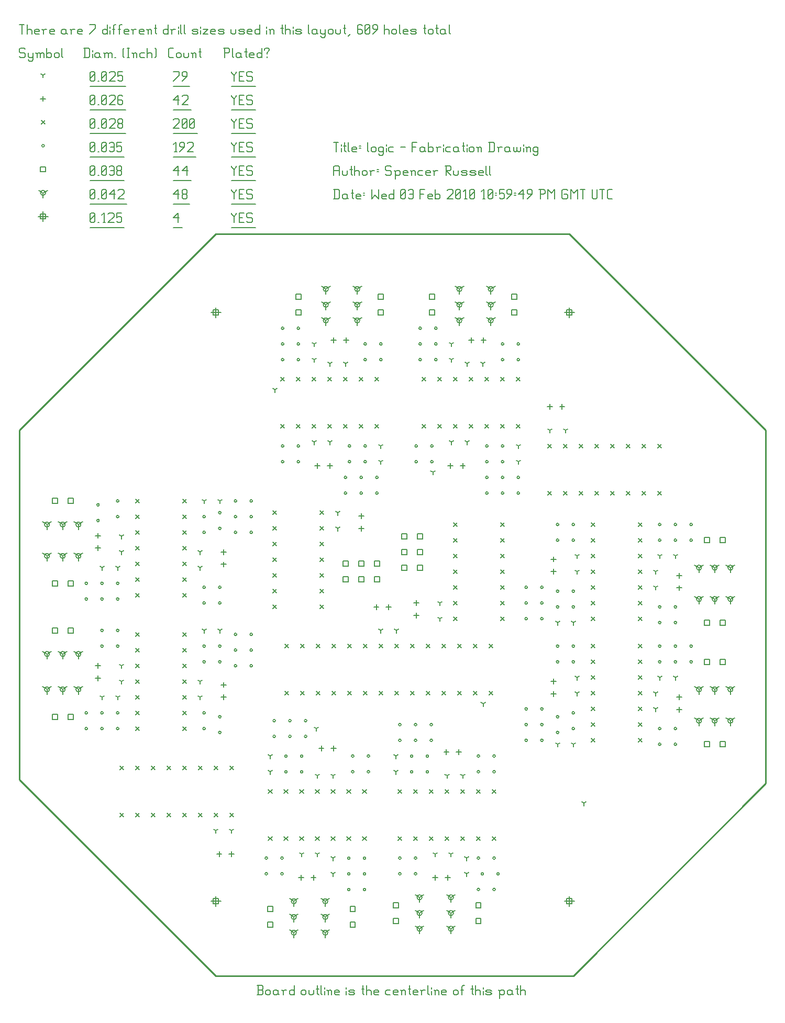
<source format=gbr>
G04 start of page 11 for group -3984 idx -3984 *
G04 Title: logic, fab *
G04 Creator: pcb 20091103 *
G04 CreationDate: Wed 03 Feb 2010 10:59:49 PM GMT UTC *
G04 For: srussell *
G04 Format: Gerber/RS-274X *
G04 PCB-Dimensions: 475000 475000 *
G04 PCB-Coordinate-Origin: lower left *
%MOIN*%
%FSLAX25Y25*%
%LNFAB*%
%ADD36C,0.0100*%
%ADD38C,0.0080*%
%ADD39C,0.0060*%
G54D38*X125000Y53200D02*Y46800D01*
X121800Y50000D02*X128200D01*
X123400Y51600D02*X126600D01*
X123400D02*Y48400D01*
X126600D01*
Y51600D02*Y48400D01*
X350000Y53200D02*Y46800D01*
X346800Y50000D02*X353200D01*
X348400Y51600D02*X351600D01*
X348400D02*Y48400D01*
X351600D01*
Y51600D02*Y48400D01*
X350000Y428200D02*Y421800D01*
X346800Y425000D02*X353200D01*
X348400Y426600D02*X351600D01*
X348400D02*Y423400D01*
X351600D01*
Y426600D02*Y423400D01*
X125000Y428200D02*Y421800D01*
X121800Y425000D02*X128200D01*
X123400Y426600D02*X126600D01*
X123400D02*Y423400D01*
X126600D01*
Y426600D02*Y423400D01*
X15000Y489450D02*Y483050D01*
X11800Y486250D02*X18200D01*
X13400Y487850D02*X16600D01*
X13400D02*Y484650D01*
X16600D01*
Y487850D02*Y484650D01*
G54D39*X135000Y488500D02*Y487750D01*
X136500Y486250D01*
X138000Y487750D01*
Y488500D02*Y487750D01*
X136500Y486250D02*Y482500D01*
X139801Y485500D02*X142051D01*
X139801Y482500D02*X142801D01*
X139801Y488500D02*Y482500D01*
Y488500D02*X142801D01*
X147603D02*X148353Y487750D01*
X145353Y488500D02*X147603D01*
X144603Y487750D02*X145353Y488500D01*
X144603Y487750D02*Y486250D01*
X145353Y485500D01*
X147603D01*
X148353Y484750D01*
Y483250D01*
X147603Y482500D02*X148353Y483250D01*
X145353Y482500D02*X147603D01*
X144603Y483250D02*X145353Y482500D01*
X135000Y479249D02*X150154D01*
X98000Y485500D02*X101000Y488500D01*
X98000Y485500D02*X101750D01*
X101000Y488500D02*Y482500D01*
X98000Y479249D02*X103551D01*
X45000Y483250D02*X45750Y482500D01*
X45000Y487750D02*Y483250D01*
Y487750D02*X45750Y488500D01*
X47250D01*
X48000Y487750D01*
Y483250D01*
X47250Y482500D02*X48000Y483250D01*
X45750Y482500D02*X47250D01*
X45000Y484000D02*X48000Y487000D01*
X49801Y482500D02*X50551D01*
X53103D02*X54603D01*
X53853Y488500D02*Y482500D01*
X52353Y487000D02*X53853Y488500D01*
X56404Y487750D02*X57154Y488500D01*
X59404D01*
X60154Y487750D01*
Y486250D01*
X56404Y482500D02*X60154Y486250D01*
X56404Y482500D02*X60154D01*
X61956Y488500D02*X64956D01*
X61956D02*Y485500D01*
X62706Y486250D01*
X64206D01*
X64956Y485500D01*
Y483250D01*
X64206Y482500D02*X64956Y483250D01*
X62706Y482500D02*X64206D01*
X61956Y483250D02*X62706Y482500D01*
X45000Y479249D02*X66757D01*
X194626Y30000D02*Y26800D01*
Y30000D02*X197399Y31600D01*
X194626Y30000D02*X191853Y31600D01*
X193026Y30000D02*G75*G03X196226Y30000I1600J0D01*G01*
G75*G03X193026Y30000I-1600J0D01*G01*
X194626Y40000D02*Y36800D01*
Y40000D02*X197399Y41600D01*
X194626Y40000D02*X191853Y41600D01*
X193026Y40000D02*G75*G03X196226Y40000I1600J0D01*G01*
G75*G03X193026Y40000I-1600J0D01*G01*
X194626Y50000D02*Y46800D01*
Y50000D02*X197399Y51600D01*
X194626Y50000D02*X191853Y51600D01*
X193026Y50000D02*G75*G03X196226Y50000I1600J0D01*G01*
G75*G03X193026Y50000I-1600J0D01*G01*
X274626Y32500D02*Y29300D01*
Y32500D02*X277399Y34100D01*
X274626Y32500D02*X271853Y34100D01*
X273026Y32500D02*G75*G03X276226Y32500I1600J0D01*G01*
G75*G03X273026Y32500I-1600J0D01*G01*
X274626Y42500D02*Y39300D01*
Y42500D02*X277399Y44100D01*
X274626Y42500D02*X271853Y44100D01*
X273026Y42500D02*G75*G03X276226Y42500I1600J0D01*G01*
G75*G03X273026Y42500I-1600J0D01*G01*
X274626Y52500D02*Y49300D01*
Y52500D02*X277399Y54100D01*
X274626Y52500D02*X271853Y54100D01*
X273026Y52500D02*G75*G03X276226Y52500I1600J0D01*G01*
G75*G03X273026Y52500I-1600J0D01*G01*
X254626Y32500D02*Y29300D01*
Y32500D02*X257399Y34100D01*
X254626Y32500D02*X251853Y34100D01*
X253026Y32500D02*G75*G03X256226Y32500I1600J0D01*G01*
G75*G03X253026Y32500I-1600J0D01*G01*
X254626Y42500D02*Y39300D01*
Y42500D02*X257399Y44100D01*
X254626Y42500D02*X251853Y44100D01*
X253026Y42500D02*G75*G03X256226Y42500I1600J0D01*G01*
G75*G03X253026Y42500I-1600J0D01*G01*
X254626Y52500D02*Y49300D01*
Y52500D02*X257399Y54100D01*
X254626Y52500D02*X251853Y54100D01*
X253026Y52500D02*G75*G03X256226Y52500I1600J0D01*G01*
G75*G03X253026Y52500I-1600J0D01*G01*
X215000Y440000D02*Y436800D01*
Y440000D02*X217773Y441600D01*
X215000Y440000D02*X212227Y441600D01*
X213400Y440000D02*G75*G03X216600Y440000I1600J0D01*G01*
G75*G03X213400Y440000I-1600J0D01*G01*
X215000Y430000D02*Y426800D01*
Y430000D02*X217773Y431600D01*
X215000Y430000D02*X212227Y431600D01*
X213400Y430000D02*G75*G03X216600Y430000I1600J0D01*G01*
G75*G03X213400Y430000I-1600J0D01*G01*
X215000Y420000D02*Y416800D01*
Y420000D02*X217773Y421600D01*
X215000Y420000D02*X212227Y421600D01*
X213400Y420000D02*G75*G03X216600Y420000I1600J0D01*G01*
G75*G03X213400Y420000I-1600J0D01*G01*
X174626Y30000D02*Y26800D01*
Y30000D02*X177399Y31600D01*
X174626Y30000D02*X171853Y31600D01*
X173026Y30000D02*G75*G03X176226Y30000I1600J0D01*G01*
G75*G03X173026Y30000I-1600J0D01*G01*
X174626Y40000D02*Y36800D01*
Y40000D02*X177399Y41600D01*
X174626Y40000D02*X171853Y41600D01*
X173026Y40000D02*G75*G03X176226Y40000I1600J0D01*G01*
G75*G03X173026Y40000I-1600J0D01*G01*
X174626Y50000D02*Y46800D01*
Y50000D02*X177399Y51600D01*
X174626Y50000D02*X171853Y51600D01*
X173026Y50000D02*G75*G03X176226Y50000I1600J0D01*G01*
G75*G03X173026Y50000I-1600J0D01*G01*
X17500Y185000D02*Y181800D01*
Y185000D02*X20273Y186600D01*
X17500Y185000D02*X14727Y186600D01*
X15900Y185000D02*G75*G03X19100Y185000I1600J0D01*G01*
G75*G03X15900Y185000I-1600J0D01*G01*
X27500D02*Y181800D01*
Y185000D02*X30273Y186600D01*
X27500Y185000D02*X24727Y186600D01*
X25900Y185000D02*G75*G03X29100Y185000I1600J0D01*G01*
G75*G03X25900Y185000I-1600J0D01*G01*
X37500D02*Y181800D01*
Y185000D02*X40273Y186600D01*
X37500Y185000D02*X34727Y186600D01*
X35900Y185000D02*G75*G03X39100Y185000I1600J0D01*G01*
G75*G03X35900Y185000I-1600J0D01*G01*
X452500Y242500D02*Y239300D01*
Y242500D02*X455273Y244100D01*
X452500Y242500D02*X449727Y244100D01*
X450900Y242500D02*G75*G03X454100Y242500I1600J0D01*G01*
G75*G03X450900Y242500I-1600J0D01*G01*
X442500D02*Y239300D01*
Y242500D02*X445273Y244100D01*
X442500Y242500D02*X439727Y244100D01*
X440900Y242500D02*G75*G03X444100Y242500I1600J0D01*G01*
G75*G03X440900Y242500I-1600J0D01*G01*
X432500D02*Y239300D01*
Y242500D02*X435273Y244100D01*
X432500Y242500D02*X429727Y244100D01*
X430900Y242500D02*G75*G03X434100Y242500I1600J0D01*G01*
G75*G03X430900Y242500I-1600J0D01*G01*
X452500Y262500D02*Y259300D01*
Y262500D02*X455273Y264100D01*
X452500Y262500D02*X449727Y264100D01*
X450900Y262500D02*G75*G03X454100Y262500I1600J0D01*G01*
G75*G03X450900Y262500I-1600J0D01*G01*
X442500D02*Y259300D01*
Y262500D02*X445273Y264100D01*
X442500Y262500D02*X439727Y264100D01*
X440900Y262500D02*G75*G03X444100Y262500I1600J0D01*G01*
G75*G03X440900Y262500I-1600J0D01*G01*
X432500D02*Y259300D01*
Y262500D02*X435273Y264100D01*
X432500Y262500D02*X429727Y264100D01*
X430900Y262500D02*G75*G03X434100Y262500I1600J0D01*G01*
G75*G03X430900Y262500I-1600J0D01*G01*
X452500Y165000D02*Y161800D01*
Y165000D02*X455273Y166600D01*
X452500Y165000D02*X449727Y166600D01*
X450900Y165000D02*G75*G03X454100Y165000I1600J0D01*G01*
G75*G03X450900Y165000I-1600J0D01*G01*
X442500D02*Y161800D01*
Y165000D02*X445273Y166600D01*
X442500Y165000D02*X439727Y166600D01*
X440900Y165000D02*G75*G03X444100Y165000I1600J0D01*G01*
G75*G03X440900Y165000I-1600J0D01*G01*
X432500D02*Y161800D01*
Y165000D02*X435273Y166600D01*
X432500Y165000D02*X429727Y166600D01*
X430900Y165000D02*G75*G03X434100Y165000I1600J0D01*G01*
G75*G03X430900Y165000I-1600J0D01*G01*
X280000Y440000D02*Y436800D01*
Y440000D02*X282773Y441600D01*
X280000Y440000D02*X277227Y441600D01*
X278400Y440000D02*G75*G03X281600Y440000I1600J0D01*G01*
G75*G03X278400Y440000I-1600J0D01*G01*
X280000Y430000D02*Y426800D01*
Y430000D02*X282773Y431600D01*
X280000Y430000D02*X277227Y431600D01*
X278400Y430000D02*G75*G03X281600Y430000I1600J0D01*G01*
G75*G03X278400Y430000I-1600J0D01*G01*
X280000Y420000D02*Y416800D01*
Y420000D02*X282773Y421600D01*
X280000Y420000D02*X277227Y421600D01*
X278400Y420000D02*G75*G03X281600Y420000I1600J0D01*G01*
G75*G03X278400Y420000I-1600J0D01*G01*
X300000Y440000D02*Y436800D01*
Y440000D02*X302773Y441600D01*
X300000Y440000D02*X297227Y441600D01*
X298400Y440000D02*G75*G03X301600Y440000I1600J0D01*G01*
G75*G03X298400Y440000I-1600J0D01*G01*
X300000Y430000D02*Y426800D01*
Y430000D02*X302773Y431600D01*
X300000Y430000D02*X297227Y431600D01*
X298400Y430000D02*G75*G03X301600Y430000I1600J0D01*G01*
G75*G03X298400Y430000I-1600J0D01*G01*
X300000Y420000D02*Y416800D01*
Y420000D02*X302773Y421600D01*
X300000Y420000D02*X297227Y421600D01*
X298400Y420000D02*G75*G03X301600Y420000I1600J0D01*G01*
G75*G03X298400Y420000I-1600J0D01*G01*
X452500Y185000D02*Y181800D01*
Y185000D02*X455273Y186600D01*
X452500Y185000D02*X449727Y186600D01*
X450900Y185000D02*G75*G03X454100Y185000I1600J0D01*G01*
G75*G03X450900Y185000I-1600J0D01*G01*
X442500D02*Y181800D01*
Y185000D02*X445273Y186600D01*
X442500Y185000D02*X439727Y186600D01*
X440900Y185000D02*G75*G03X444100Y185000I1600J0D01*G01*
G75*G03X440900Y185000I-1600J0D01*G01*
X432500D02*Y181800D01*
Y185000D02*X435273Y186600D01*
X432500Y185000D02*X429727Y186600D01*
X430900Y185000D02*G75*G03X434100Y185000I1600J0D01*G01*
G75*G03X430900Y185000I-1600J0D01*G01*
X195000Y440000D02*Y436800D01*
Y440000D02*X197773Y441600D01*
X195000Y440000D02*X192227Y441600D01*
X193400Y440000D02*G75*G03X196600Y440000I1600J0D01*G01*
G75*G03X193400Y440000I-1600J0D01*G01*
X195000Y430000D02*Y426800D01*
Y430000D02*X197773Y431600D01*
X195000Y430000D02*X192227Y431600D01*
X193400Y430000D02*G75*G03X196600Y430000I1600J0D01*G01*
G75*G03X193400Y430000I-1600J0D01*G01*
X195000Y420000D02*Y416800D01*
Y420000D02*X197773Y421600D01*
X195000Y420000D02*X192227Y421600D01*
X193400Y420000D02*G75*G03X196600Y420000I1600J0D01*G01*
G75*G03X193400Y420000I-1600J0D01*G01*
X17500Y207500D02*Y204300D01*
Y207500D02*X20273Y209100D01*
X17500Y207500D02*X14727Y209100D01*
X15900Y207500D02*G75*G03X19100Y207500I1600J0D01*G01*
G75*G03X15900Y207500I-1600J0D01*G01*
X27500D02*Y204300D01*
Y207500D02*X30273Y209100D01*
X27500Y207500D02*X24727Y209100D01*
X25900Y207500D02*G75*G03X29100Y207500I1600J0D01*G01*
G75*G03X25900Y207500I-1600J0D01*G01*
X37500D02*Y204300D01*
Y207500D02*X40273Y209100D01*
X37500Y207500D02*X34727Y209100D01*
X35900Y207500D02*G75*G03X39100Y207500I1600J0D01*G01*
G75*G03X35900Y207500I-1600J0D01*G01*
X17500Y270000D02*Y266800D01*
Y270000D02*X20273Y271600D01*
X17500Y270000D02*X14727Y271600D01*
X15900Y270000D02*G75*G03X19100Y270000I1600J0D01*G01*
G75*G03X15900Y270000I-1600J0D01*G01*
X27500D02*Y266800D01*
Y270000D02*X30273Y271600D01*
X27500Y270000D02*X24727Y271600D01*
X25900Y270000D02*G75*G03X29100Y270000I1600J0D01*G01*
G75*G03X25900Y270000I-1600J0D01*G01*
X37500D02*Y266800D01*
Y270000D02*X40273Y271600D01*
X37500Y270000D02*X34727Y271600D01*
X35900Y270000D02*G75*G03X39100Y270000I1600J0D01*G01*
G75*G03X35900Y270000I-1600J0D01*G01*
X17500Y290000D02*Y286800D01*
Y290000D02*X20273Y291600D01*
X17500Y290000D02*X14727Y291600D01*
X15900Y290000D02*G75*G03X19100Y290000I1600J0D01*G01*
G75*G03X15900Y290000I-1600J0D01*G01*
X27500D02*Y286800D01*
Y290000D02*X30273Y291600D01*
X27500Y290000D02*X24727Y291600D01*
X25900Y290000D02*G75*G03X29100Y290000I1600J0D01*G01*
G75*G03X25900Y290000I-1600J0D01*G01*
X37500D02*Y286800D01*
Y290000D02*X40273Y291600D01*
X37500Y290000D02*X34727Y291600D01*
X35900Y290000D02*G75*G03X39100Y290000I1600J0D01*G01*
G75*G03X35900Y290000I-1600J0D01*G01*
X15000Y501250D02*Y498050D01*
Y501250D02*X17773Y502850D01*
X15000Y501250D02*X12227Y502850D01*
X13400Y501250D02*G75*G03X16600Y501250I1600J0D01*G01*
G75*G03X13400Y501250I-1600J0D01*G01*
X135000Y503500D02*Y502750D01*
X136500Y501250D01*
X138000Y502750D01*
Y503500D02*Y502750D01*
X136500Y501250D02*Y497500D01*
X139801Y500500D02*X142051D01*
X139801Y497500D02*X142801D01*
X139801Y503500D02*Y497500D01*
Y503500D02*X142801D01*
X147603D02*X148353Y502750D01*
X145353Y503500D02*X147603D01*
X144603Y502750D02*X145353Y503500D01*
X144603Y502750D02*Y501250D01*
X145353Y500500D01*
X147603D01*
X148353Y499750D01*
Y498250D01*
X147603Y497500D02*X148353Y498250D01*
X145353Y497500D02*X147603D01*
X144603Y498250D02*X145353Y497500D01*
X135000Y494249D02*X150154D01*
X98000Y500500D02*X101000Y503500D01*
X98000Y500500D02*X101750D01*
X101000Y503500D02*Y497500D01*
X103551Y498250D02*X104301Y497500D01*
X103551Y499750D02*Y498250D01*
Y499750D02*X104301Y500500D01*
X105801D01*
X106551Y499750D01*
Y498250D01*
X105801Y497500D02*X106551Y498250D01*
X104301Y497500D02*X105801D01*
X103551Y501250D02*X104301Y500500D01*
X103551Y502750D02*Y501250D01*
Y502750D02*X104301Y503500D01*
X105801D01*
X106551Y502750D01*
Y501250D01*
X105801Y500500D02*X106551Y501250D01*
X98000Y494249D02*X108353D01*
X45000Y498250D02*X45750Y497500D01*
X45000Y502750D02*Y498250D01*
Y502750D02*X45750Y503500D01*
X47250D01*
X48000Y502750D01*
Y498250D01*
X47250Y497500D02*X48000Y498250D01*
X45750Y497500D02*X47250D01*
X45000Y499000D02*X48000Y502000D01*
X49801Y497500D02*X50551D01*
X52353Y498250D02*X53103Y497500D01*
X52353Y502750D02*Y498250D01*
Y502750D02*X53103Y503500D01*
X54603D01*
X55353Y502750D01*
Y498250D01*
X54603Y497500D02*X55353Y498250D01*
X53103Y497500D02*X54603D01*
X52353Y499000D02*X55353Y502000D01*
X57154Y500500D02*X60154Y503500D01*
X57154Y500500D02*X60904D01*
X60154Y503500D02*Y497500D01*
X62706Y502750D02*X63456Y503500D01*
X65706D01*
X66456Y502750D01*
Y501250D01*
X62706Y497500D02*X66456Y501250D01*
X62706Y497500D02*X66456D01*
X45000Y494249D02*X68257D01*
X243400Y284100D02*X246600D01*
X243400D02*Y280900D01*
X246600D01*
Y284100D02*Y280900D01*
X253400Y284100D02*X256600D01*
X253400D02*Y280900D01*
X256600D01*
Y284100D02*Y280900D01*
X243400Y274100D02*X246600D01*
X243400D02*Y270900D01*
X246600D01*
Y274100D02*Y270900D01*
X253400Y274100D02*X256600D01*
X253400D02*Y270900D01*
X256600D01*
Y274100D02*Y270900D01*
X243400Y264100D02*X246600D01*
X243400D02*Y260900D01*
X246600D01*
Y264100D02*Y260900D01*
X253400Y264100D02*X256600D01*
X253400D02*Y260900D01*
X256600D01*
Y264100D02*Y260900D01*
X210526Y46600D02*X213726D01*
X210526D02*Y43400D01*
X213726D01*
Y46600D02*Y43400D01*
X210526Y36600D02*X213726D01*
X210526D02*Y33400D01*
X213726D01*
Y36600D02*Y33400D01*
X158026Y36600D02*X161226D01*
X158026D02*Y33400D01*
X161226D01*
Y36600D02*Y33400D01*
X158026Y46600D02*X161226D01*
X158026D02*Y43400D01*
X161226D01*
Y46600D02*Y43400D01*
X290526Y49100D02*X293726D01*
X290526D02*Y45900D01*
X293726D01*
Y49100D02*Y45900D01*
X290526Y39100D02*X293726D01*
X290526D02*Y35900D01*
X293726D01*
Y39100D02*Y35900D01*
X238026Y39100D02*X241226D01*
X238026D02*Y35900D01*
X241226D01*
Y39100D02*Y35900D01*
X238026Y49100D02*X241226D01*
X238026D02*Y45900D01*
X241226D01*
Y49100D02*Y45900D01*
X205900Y256600D02*X209100D01*
X205900D02*Y253400D01*
X209100D01*
Y256600D02*Y253400D01*
X205900Y266600D02*X209100D01*
X205900D02*Y263400D01*
X209100D01*
Y266600D02*Y263400D01*
X215900Y256600D02*X219100D01*
X215900D02*Y253400D01*
X219100D01*
Y256600D02*Y253400D01*
X215900Y266600D02*X219100D01*
X215900D02*Y263400D01*
X219100D01*
Y266600D02*Y263400D01*
X225900Y256600D02*X229100D01*
X225900D02*Y253400D01*
X229100D01*
Y256600D02*Y253400D01*
X225900Y266600D02*X229100D01*
X225900D02*Y263400D01*
X229100D01*
Y266600D02*Y263400D01*
X435900Y204100D02*X439100D01*
X435900D02*Y200900D01*
X439100D01*
Y204100D02*Y200900D01*
X445900Y204100D02*X449100D01*
X445900D02*Y200900D01*
X449100D01*
Y204100D02*Y200900D01*
X445900Y151600D02*X449100D01*
X445900D02*Y148400D01*
X449100D01*
Y151600D02*Y148400D01*
X435900Y151600D02*X439100D01*
X435900D02*Y148400D01*
X439100D01*
Y151600D02*Y148400D01*
X435900Y281600D02*X439100D01*
X435900D02*Y278400D01*
X439100D01*
Y281600D02*Y278400D01*
X445900Y281600D02*X449100D01*
X445900D02*Y278400D01*
X449100D01*
Y281600D02*Y278400D01*
X445900Y229100D02*X449100D01*
X445900D02*Y225900D01*
X449100D01*
Y229100D02*Y225900D01*
X435900Y229100D02*X439100D01*
X435900D02*Y225900D01*
X439100D01*
Y229100D02*Y225900D01*
X228400Y436600D02*X231600D01*
X228400D02*Y433400D01*
X231600D01*
Y436600D02*Y433400D01*
X228400Y426600D02*X231600D01*
X228400D02*Y423400D01*
X231600D01*
Y426600D02*Y423400D01*
X175900Y426600D02*X179100D01*
X175900D02*Y423400D01*
X179100D01*
Y426600D02*Y423400D01*
X175900Y436600D02*X179100D01*
X175900D02*Y433400D01*
X179100D01*
Y436600D02*Y433400D01*
X20900Y224100D02*X24100D01*
X20900D02*Y220900D01*
X24100D01*
Y224100D02*Y220900D01*
X30900Y224100D02*X34100D01*
X30900D02*Y220900D01*
X34100D01*
Y224100D02*Y220900D01*
X30900Y169100D02*X34100D01*
X30900D02*Y165900D01*
X34100D01*
Y169100D02*Y165900D01*
X20900Y169100D02*X24100D01*
X20900D02*Y165900D01*
X24100D01*
Y169100D02*Y165900D01*
X30900Y254100D02*X34100D01*
X30900D02*Y250900D01*
X34100D01*
Y254100D02*Y250900D01*
X20900Y254100D02*X24100D01*
X20900D02*Y250900D01*
X24100D01*
Y254100D02*Y250900D01*
X20900Y306600D02*X24100D01*
X20900D02*Y303400D01*
X24100D01*
Y306600D02*Y303400D01*
X30900Y306600D02*X34100D01*
X30900D02*Y303400D01*
X34100D01*
Y306600D02*Y303400D01*
X260900Y426600D02*X264100D01*
X260900D02*Y423400D01*
X264100D01*
Y426600D02*Y423400D01*
X260900Y436600D02*X264100D01*
X260900D02*Y433400D01*
X264100D01*
Y436600D02*Y433400D01*
X313400Y436600D02*X316600D01*
X313400D02*Y433400D01*
X316600D01*
Y436600D02*Y433400D01*
X313400Y426600D02*X316600D01*
X313400D02*Y423400D01*
X316600D01*
Y426600D02*Y423400D01*
X13400Y517850D02*X16600D01*
X13400D02*Y514650D01*
X16600D01*
Y517850D02*Y514650D01*
X135000Y518500D02*Y517750D01*
X136500Y516250D01*
X138000Y517750D01*
Y518500D02*Y517750D01*
X136500Y516250D02*Y512500D01*
X139801Y515500D02*X142051D01*
X139801Y512500D02*X142801D01*
X139801Y518500D02*Y512500D01*
Y518500D02*X142801D01*
X147603D02*X148353Y517750D01*
X145353Y518500D02*X147603D01*
X144603Y517750D02*X145353Y518500D01*
X144603Y517750D02*Y516250D01*
X145353Y515500D01*
X147603D01*
X148353Y514750D01*
Y513250D01*
X147603Y512500D02*X148353Y513250D01*
X145353Y512500D02*X147603D01*
X144603Y513250D02*X145353Y512500D01*
X135000Y509249D02*X150154D01*
X98000Y515500D02*X101000Y518500D01*
X98000Y515500D02*X101750D01*
X101000Y518500D02*Y512500D01*
X103551Y515500D02*X106551Y518500D01*
X103551Y515500D02*X107301D01*
X106551Y518500D02*Y512500D01*
X98000Y509249D02*X109103D01*
X45000Y513250D02*X45750Y512500D01*
X45000Y517750D02*Y513250D01*
Y517750D02*X45750Y518500D01*
X47250D01*
X48000Y517750D01*
Y513250D01*
X47250Y512500D02*X48000Y513250D01*
X45750Y512500D02*X47250D01*
X45000Y514000D02*X48000Y517000D01*
X49801Y512500D02*X50551D01*
X52353Y513250D02*X53103Y512500D01*
X52353Y517750D02*Y513250D01*
Y517750D02*X53103Y518500D01*
X54603D01*
X55353Y517750D01*
Y513250D01*
X54603Y512500D02*X55353Y513250D01*
X53103Y512500D02*X54603D01*
X52353Y514000D02*X55353Y517000D01*
X57154Y517750D02*X57904Y518500D01*
X59404D01*
X60154Y517750D01*
Y513250D01*
X59404Y512500D02*X60154Y513250D01*
X57904Y512500D02*X59404D01*
X57154Y513250D02*X57904Y512500D01*
Y515500D02*X60154D01*
X61956Y513250D02*X62706Y512500D01*
X61956Y514750D02*Y513250D01*
Y514750D02*X62706Y515500D01*
X64206D01*
X64956Y514750D01*
Y513250D01*
X64206Y512500D02*X64956Y513250D01*
X62706Y512500D02*X64206D01*
X61956Y516250D02*X62706Y515500D01*
X61956Y517750D02*Y516250D01*
Y517750D02*X62706Y518500D01*
X64206D01*
X64956Y517750D01*
Y516250D01*
X64206Y515500D02*X64956Y516250D01*
X45000Y509249D02*X66757D01*
X251326Y67500D02*G75*G03X252926Y67500I800J0D01*G01*
G75*G03X251326Y67500I-800J0D01*G01*
X241326D02*G75*G03X242926Y67500I800J0D01*G01*
G75*G03X241326Y67500I-800J0D01*G01*
Y152500D02*G75*G03X242926Y152500I800J0D01*G01*
G75*G03X241326Y152500I-800J0D01*G01*
Y162500D02*G75*G03X242926Y162500I800J0D01*G01*
G75*G03X241326Y162500I-800J0D01*G01*
X171326Y165000D02*G75*G03X172926Y165000I800J0D01*G01*
G75*G03X171326Y165000I-800J0D01*G01*
Y155000D02*G75*G03X172926Y155000I800J0D01*G01*
G75*G03X171326Y155000I-800J0D01*G01*
X291326Y77500D02*G75*G03X292926Y77500I800J0D01*G01*
G75*G03X291326Y77500I-800J0D01*G01*
X301326D02*G75*G03X302926Y77500I800J0D01*G01*
G75*G03X301326Y77500I-800J0D01*G01*
X211326Y132500D02*G75*G03X212926Y132500I800J0D01*G01*
G75*G03X211326Y132500I-800J0D01*G01*
X221326D02*G75*G03X222926Y132500I800J0D01*G01*
G75*G03X221326Y132500I-800J0D01*G01*
X303826Y67500D02*G75*G03X305426Y67500I800J0D01*G01*
G75*G03X303826Y67500I-800J0D01*G01*
X293826D02*G75*G03X295426Y67500I800J0D01*G01*
G75*G03X293826Y67500I-800J0D01*G01*
X161326Y155000D02*G75*G03X162926Y155000I800J0D01*G01*
G75*G03X161326Y155000I-800J0D01*G01*
Y165000D02*G75*G03X162926Y165000I800J0D01*G01*
G75*G03X161326Y165000I-800J0D01*G01*
X156326Y77500D02*G75*G03X157926Y77500I800J0D01*G01*
G75*G03X156326Y77500I-800J0D01*G01*
X166326D02*G75*G03X167926Y77500I800J0D01*G01*
G75*G03X166326Y77500I-800J0D01*G01*
X251326Y162500D02*G75*G03X252926Y162500I800J0D01*G01*
G75*G03X251326Y162500I-800J0D01*G01*
Y152500D02*G75*G03X252926Y152500I800J0D01*G01*
G75*G03X251326Y152500I-800J0D01*G01*
X208826Y77500D02*G75*G03X210426Y77500I800J0D01*G01*
G75*G03X208826Y77500I-800J0D01*G01*
X218826D02*G75*G03X220426Y77500I800J0D01*G01*
G75*G03X218826Y77500I-800J0D01*G01*
Y67500D02*G75*G03X220426Y67500I800J0D01*G01*
G75*G03X218826Y67500I-800J0D01*G01*
X208826D02*G75*G03X210426Y67500I800J0D01*G01*
G75*G03X208826Y67500I-800J0D01*G01*
X261326Y152500D02*G75*G03X262926Y152500I800J0D01*G01*
G75*G03X261326Y152500I-800J0D01*G01*
Y162500D02*G75*G03X262926Y162500I800J0D01*G01*
G75*G03X261326Y162500I-800J0D01*G01*
X221326Y142500D02*G75*G03X222926Y142500I800J0D01*G01*
G75*G03X221326Y142500I-800J0D01*G01*
X211326D02*G75*G03X212926Y142500I800J0D01*G01*
G75*G03X211326Y142500I-800J0D01*G01*
X168826D02*G75*G03X170426Y142500I800J0D01*G01*
G75*G03X168826Y142500I-800J0D01*G01*
X178826D02*G75*G03X180426Y142500I800J0D01*G01*
G75*G03X178826Y142500I-800J0D01*G01*
X291326Y132500D02*G75*G03X292926Y132500I800J0D01*G01*
G75*G03X291326Y132500I-800J0D01*G01*
X301326D02*G75*G03X302926Y132500I800J0D01*G01*
G75*G03X301326Y132500I-800J0D01*G01*
Y142500D02*G75*G03X302926Y142500I800J0D01*G01*
G75*G03X301326Y142500I-800J0D01*G01*
X291326D02*G75*G03X292926Y142500I800J0D01*G01*
G75*G03X291326Y142500I-800J0D01*G01*
X241326Y77500D02*G75*G03X242926Y77500I800J0D01*G01*
G75*G03X241326Y77500I-800J0D01*G01*
X251326D02*G75*G03X252926Y77500I800J0D01*G01*
G75*G03X251326Y77500I-800J0D01*G01*
X178826Y132500D02*G75*G03X180426Y132500I800J0D01*G01*
G75*G03X178826Y132500I-800J0D01*G01*
X168826D02*G75*G03X170426Y132500I800J0D01*G01*
G75*G03X168826Y132500I-800J0D01*G01*
X291326Y57500D02*G75*G03X292926Y57500I800J0D01*G01*
G75*G03X291326Y57500I-800J0D01*G01*
X301326D02*G75*G03X302926Y57500I800J0D01*G01*
G75*G03X301326Y57500I-800J0D01*G01*
X208826D02*G75*G03X210426Y57500I800J0D01*G01*
G75*G03X208826Y57500I-800J0D01*G01*
X218826D02*G75*G03X220426Y57500I800J0D01*G01*
G75*G03X218826Y57500I-800J0D01*G01*
X166326Y67500D02*G75*G03X167926Y67500I800J0D01*G01*
G75*G03X166326Y67500I-800J0D01*G01*
X156326D02*G75*G03X157926Y67500I800J0D01*G01*
G75*G03X156326Y67500I-800J0D01*G01*
X51700Y212500D02*G75*G03X53300Y212500I800J0D01*G01*
G75*G03X51700Y212500I-800J0D01*G01*
Y222500D02*G75*G03X53300Y222500I800J0D01*G01*
G75*G03X51700Y222500I-800J0D01*G01*
X136700Y200000D02*G75*G03X138300Y200000I800J0D01*G01*
G75*G03X136700Y200000I-800J0D01*G01*
X146700D02*G75*G03X148300Y200000I800J0D01*G01*
G75*G03X146700Y200000I-800J0D01*G01*
X406700Y280000D02*G75*G03X408300Y280000I800J0D01*G01*
G75*G03X406700Y280000I-800J0D01*G01*
Y290000D02*G75*G03X408300Y290000I800J0D01*G01*
G75*G03X406700Y290000I-800J0D01*G01*
X258826Y132500D02*G75*G03X260426Y132500I800J0D01*G01*
G75*G03X258826Y132500I-800J0D01*G01*
X248826D02*G75*G03X250426Y132500I800J0D01*G01*
G75*G03X248826Y132500I-800J0D01*G01*
Y142500D02*G75*G03X250426Y142500I800J0D01*G01*
G75*G03X248826Y142500I-800J0D01*G01*
X258826D02*G75*G03X260426Y142500I800J0D01*G01*
G75*G03X258826Y142500I-800J0D01*G01*
X416700Y237500D02*G75*G03X418300Y237500I800J0D01*G01*
G75*G03X416700Y237500I-800J0D01*G01*
Y227500D02*G75*G03X418300Y227500I800J0D01*G01*
G75*G03X416700Y227500I-800J0D01*G01*
Y290000D02*G75*G03X418300Y290000I800J0D01*G01*
G75*G03X416700Y290000I-800J0D01*G01*
Y280000D02*G75*G03X418300Y280000I800J0D01*G01*
G75*G03X416700Y280000I-800J0D01*G01*
X426700D02*G75*G03X428300Y280000I800J0D01*G01*
G75*G03X426700Y280000I-800J0D01*G01*
Y290000D02*G75*G03X428300Y290000I800J0D01*G01*
G75*G03X426700Y290000I-800J0D01*G01*
X331700Y230000D02*G75*G03X333300Y230000I800J0D01*G01*
G75*G03X331700Y230000I-800J0D01*G01*
X321700D02*G75*G03X323300Y230000I800J0D01*G01*
G75*G03X321700Y230000I-800J0D01*G01*
X341700Y237500D02*G75*G03X343300Y237500I800J0D01*G01*
G75*G03X341700Y237500I-800J0D01*G01*
Y247500D02*G75*G03X343300Y247500I800J0D01*G01*
G75*G03X341700Y247500I-800J0D01*G01*
X331700Y250000D02*G75*G03X333300Y250000I800J0D01*G01*
G75*G03X331700Y250000I-800J0D01*G01*
X321700D02*G75*G03X323300Y250000I800J0D01*G01*
G75*G03X321700Y250000I-800J0D01*G01*
X341700Y290000D02*G75*G03X343300Y290000I800J0D01*G01*
G75*G03X341700Y290000I-800J0D01*G01*
Y280000D02*G75*G03X343300Y280000I800J0D01*G01*
G75*G03X341700Y280000I-800J0D01*G01*
X321700Y240000D02*G75*G03X323300Y240000I800J0D01*G01*
G75*G03X321700Y240000I-800J0D01*G01*
X331700D02*G75*G03X333300Y240000I800J0D01*G01*
G75*G03X331700Y240000I-800J0D01*G01*
X351700Y280000D02*G75*G03X353300Y280000I800J0D01*G01*
G75*G03X351700Y280000I-800J0D01*G01*
Y290000D02*G75*G03X353300Y290000I800J0D01*G01*
G75*G03X351700Y290000I-800J0D01*G01*
Y247500D02*G75*G03X353300Y247500I800J0D01*G01*
G75*G03X351700Y247500I-800J0D01*G01*
Y237500D02*G75*G03X353300Y237500I800J0D01*G01*
G75*G03X351700Y237500I-800J0D01*G01*
X426700Y202500D02*G75*G03X428300Y202500I800J0D01*G01*
G75*G03X426700Y202500I-800J0D01*G01*
Y212500D02*G75*G03X428300Y212500I800J0D01*G01*
G75*G03X426700Y212500I-800J0D01*G01*
X219200Y405000D02*G75*G03X220800Y405000I800J0D01*G01*
G75*G03X219200Y405000I-800J0D01*G01*
X229200D02*G75*G03X230800Y405000I800J0D01*G01*
G75*G03X229200Y405000I-800J0D01*G01*
X331700Y172500D02*G75*G03X333300Y172500I800J0D01*G01*
G75*G03X331700Y172500I-800J0D01*G01*
X321700D02*G75*G03X323300Y172500I800J0D01*G01*
G75*G03X321700Y172500I-800J0D01*G01*
X406700Y202500D02*G75*G03X408300Y202500I800J0D01*G01*
G75*G03X406700Y202500I-800J0D01*G01*
Y212500D02*G75*G03X408300Y212500I800J0D01*G01*
G75*G03X406700Y212500I-800J0D01*G01*
X219200Y330000D02*G75*G03X220800Y330000I800J0D01*G01*
G75*G03X219200Y330000I-800J0D01*G01*
X209200D02*G75*G03X210800Y330000I800J0D01*G01*
G75*G03X209200Y330000I-800J0D01*G01*
X331700Y152500D02*G75*G03X333300Y152500I800J0D01*G01*
G75*G03X331700Y152500I-800J0D01*G01*
X321700D02*G75*G03X323300Y152500I800J0D01*G01*
G75*G03X321700Y152500I-800J0D01*G01*
X341700Y157500D02*G75*G03X343300Y157500I800J0D01*G01*
G75*G03X341700Y157500I-800J0D01*G01*
Y167500D02*G75*G03X343300Y167500I800J0D01*G01*
G75*G03X341700Y167500I-800J0D01*G01*
X229200Y395000D02*G75*G03X230800Y395000I800J0D01*G01*
G75*G03X229200Y395000I-800J0D01*G01*
X219200D02*G75*G03X220800Y395000I800J0D01*G01*
G75*G03X219200Y395000I-800J0D01*G01*
X416700Y160000D02*G75*G03X418300Y160000I800J0D01*G01*
G75*G03X416700Y160000I-800J0D01*G01*
Y150000D02*G75*G03X418300Y150000I800J0D01*G01*
G75*G03X416700Y150000I-800J0D01*G01*
X216700Y310000D02*G75*G03X218300Y310000I800J0D01*G01*
G75*G03X216700Y310000I-800J0D01*G01*
Y320000D02*G75*G03X218300Y320000I800J0D01*G01*
G75*G03X216700Y320000I-800J0D01*G01*
X254200Y405000D02*G75*G03X255800Y405000I800J0D01*G01*
G75*G03X254200Y405000I-800J0D01*G01*
X264200D02*G75*G03X265800Y405000I800J0D01*G01*
G75*G03X264200Y405000I-800J0D01*G01*
X306700D02*G75*G03X308300Y405000I800J0D01*G01*
G75*G03X306700Y405000I-800J0D01*G01*
X316700D02*G75*G03X318300Y405000I800J0D01*G01*
G75*G03X316700Y405000I-800J0D01*G01*
X261700Y340000D02*G75*G03X263300Y340000I800J0D01*G01*
G75*G03X261700Y340000I-800J0D01*G01*
X251700D02*G75*G03X253300Y340000I800J0D01*G01*
G75*G03X251700Y340000I-800J0D01*G01*
X316700Y395000D02*G75*G03X318300Y395000I800J0D01*G01*
G75*G03X316700Y395000I-800J0D01*G01*
X306700D02*G75*G03X308300Y395000I800J0D01*G01*
G75*G03X306700Y395000I-800J0D01*G01*
X416700Y212500D02*G75*G03X418300Y212500I800J0D01*G01*
G75*G03X416700Y212500I-800J0D01*G01*
Y202500D02*G75*G03X418300Y202500I800J0D01*G01*
G75*G03X416700Y202500I-800J0D01*G01*
X351700D02*G75*G03X353300Y202500I800J0D01*G01*
G75*G03X351700Y202500I-800J0D01*G01*
Y212500D02*G75*G03X353300Y212500I800J0D01*G01*
G75*G03X351700Y212500I-800J0D01*G01*
X341700D02*G75*G03X343300Y212500I800J0D01*G01*
G75*G03X341700Y212500I-800J0D01*G01*
Y202500D02*G75*G03X343300Y202500I800J0D01*G01*
G75*G03X341700Y202500I-800J0D01*G01*
X321700Y162500D02*G75*G03X323300Y162500I800J0D01*G01*
G75*G03X321700Y162500I-800J0D01*G01*
X331700D02*G75*G03X333300Y162500I800J0D01*G01*
G75*G03X331700Y162500I-800J0D01*G01*
X351700Y170000D02*G75*G03X353300Y170000I800J0D01*G01*
G75*G03X351700Y170000I-800J0D01*G01*
Y160000D02*G75*G03X353300Y160000I800J0D01*G01*
G75*G03X351700Y160000I-800J0D01*G01*
X176700Y415000D02*G75*G03X178300Y415000I800J0D01*G01*
G75*G03X176700Y415000I-800J0D01*G01*
X166700D02*G75*G03X168300Y415000I800J0D01*G01*
G75*G03X166700Y415000I-800J0D01*G01*
X206700Y320000D02*G75*G03X208300Y320000I800J0D01*G01*
G75*G03X206700Y320000I-800J0D01*G01*
Y310000D02*G75*G03X208300Y310000I800J0D01*G01*
G75*G03X206700Y310000I-800J0D01*G01*
X226700Y320000D02*G75*G03X228300Y320000I800J0D01*G01*
G75*G03X226700Y320000I-800J0D01*G01*
Y310000D02*G75*G03X228300Y310000I800J0D01*G01*
G75*G03X226700Y310000I-800J0D01*G01*
X176700Y395000D02*G75*G03X178300Y395000I800J0D01*G01*
G75*G03X176700Y395000I-800J0D01*G01*
X166700D02*G75*G03X168300Y395000I800J0D01*G01*
G75*G03X166700Y395000I-800J0D01*G01*
X406700Y150000D02*G75*G03X408300Y150000I800J0D01*G01*
G75*G03X406700Y150000I-800J0D01*G01*
Y160000D02*G75*G03X408300Y160000I800J0D01*G01*
G75*G03X406700Y160000I-800J0D01*G01*
X166700Y405000D02*G75*G03X168300Y405000I800J0D01*G01*
G75*G03X166700Y405000I-800J0D01*G01*
X176700D02*G75*G03X178300Y405000I800J0D01*G01*
G75*G03X176700Y405000I-800J0D01*G01*
X306700Y330000D02*G75*G03X308300Y330000I800J0D01*G01*
G75*G03X306700Y330000I-800J0D01*G01*
X296700D02*G75*G03X298300Y330000I800J0D01*G01*
G75*G03X296700Y330000I-800J0D01*G01*
X176700Y340000D02*G75*G03X178300Y340000I800J0D01*G01*
G75*G03X176700Y340000I-800J0D01*G01*
X166700D02*G75*G03X168300Y340000I800J0D01*G01*
G75*G03X166700Y340000I-800J0D01*G01*
Y330000D02*G75*G03X168300Y330000I800J0D01*G01*
G75*G03X166700Y330000I-800J0D01*G01*
X176700D02*G75*G03X178300Y330000I800J0D01*G01*
G75*G03X176700Y330000I-800J0D01*G01*
X209200Y340000D02*G75*G03X210800Y340000I800J0D01*G01*
G75*G03X209200Y340000I-800J0D01*G01*
X219200D02*G75*G03X220800Y340000I800J0D01*G01*
G75*G03X219200Y340000I-800J0D01*G01*
X264200Y415000D02*G75*G03X265800Y415000I800J0D01*G01*
G75*G03X264200Y415000I-800J0D01*G01*
X254200D02*G75*G03X255800Y415000I800J0D01*G01*
G75*G03X254200Y415000I-800J0D01*G01*
X296700Y320000D02*G75*G03X298300Y320000I800J0D01*G01*
G75*G03X296700Y320000I-800J0D01*G01*
Y310000D02*G75*G03X298300Y310000I800J0D01*G01*
G75*G03X296700Y310000I-800J0D01*G01*
X306700D02*G75*G03X308300Y310000I800J0D01*G01*
G75*G03X306700Y310000I-800J0D01*G01*
Y320000D02*G75*G03X308300Y320000I800J0D01*G01*
G75*G03X306700Y320000I-800J0D01*G01*
X264200Y395000D02*G75*G03X265800Y395000I800J0D01*G01*
G75*G03X264200Y395000I-800J0D01*G01*
X254200D02*G75*G03X255800Y395000I800J0D01*G01*
G75*G03X254200Y395000I-800J0D01*G01*
X251700Y330000D02*G75*G03X253300Y330000I800J0D01*G01*
G75*G03X251700Y330000I-800J0D01*G01*
X261700D02*G75*G03X263300Y330000I800J0D01*G01*
G75*G03X261700Y330000I-800J0D01*G01*
X296700Y340000D02*G75*G03X298300Y340000I800J0D01*G01*
G75*G03X296700Y340000I-800J0D01*G01*
X306700D02*G75*G03X308300Y340000I800J0D01*G01*
G75*G03X306700Y340000I-800J0D01*G01*
X316700Y320000D02*G75*G03X318300Y320000I800J0D01*G01*
G75*G03X316700Y320000I-800J0D01*G01*
Y310000D02*G75*G03X318300Y310000I800J0D01*G01*
G75*G03X316700Y310000I-800J0D01*G01*
X406700Y227500D02*G75*G03X408300Y227500I800J0D01*G01*
G75*G03X406700Y227500I-800J0D01*G01*
Y237500D02*G75*G03X408300Y237500I800J0D01*G01*
G75*G03X406700Y237500I-800J0D01*G01*
X126700Y157500D02*G75*G03X128300Y157500I800J0D01*G01*
G75*G03X126700Y157500I-800J0D01*G01*
Y167500D02*G75*G03X128300Y167500I800J0D01*G01*
G75*G03X126700Y167500I-800J0D01*G01*
X61700Y170000D02*G75*G03X63300Y170000I800J0D01*G01*
G75*G03X61700Y170000I-800J0D01*G01*
Y160000D02*G75*G03X63300Y160000I800J0D01*G01*
G75*G03X61700Y160000I-800J0D01*G01*
X126700Y212500D02*G75*G03X128300Y212500I800J0D01*G01*
G75*G03X126700Y212500I-800J0D01*G01*
Y202500D02*G75*G03X128300Y202500I800J0D01*G01*
G75*G03X126700Y202500I-800J0D01*G01*
X136700Y220000D02*G75*G03X138300Y220000I800J0D01*G01*
G75*G03X136700Y220000I-800J0D01*G01*
X146700D02*G75*G03X148300Y220000I800J0D01*G01*
G75*G03X146700Y220000I-800J0D01*G01*
X61700Y222500D02*G75*G03X63300Y222500I800J0D01*G01*
G75*G03X61700Y222500I-800J0D01*G01*
Y212500D02*G75*G03X63300Y212500I800J0D01*G01*
G75*G03X61700Y212500I-800J0D01*G01*
X146700Y210000D02*G75*G03X148300Y210000I800J0D01*G01*
G75*G03X146700Y210000I-800J0D01*G01*
X136700D02*G75*G03X138300Y210000I800J0D01*G01*
G75*G03X136700Y210000I-800J0D01*G01*
X116700Y202500D02*G75*G03X118300Y202500I800J0D01*G01*
G75*G03X116700Y202500I-800J0D01*G01*
Y212500D02*G75*G03X118300Y212500I800J0D01*G01*
G75*G03X116700Y212500I-800J0D01*G01*
Y170000D02*G75*G03X118300Y170000I800J0D01*G01*
G75*G03X116700Y170000I-800J0D01*G01*
Y160000D02*G75*G03X118300Y160000I800J0D01*G01*
G75*G03X116700Y160000I-800J0D01*G01*
X51700D02*G75*G03X53300Y160000I800J0D01*G01*
G75*G03X51700Y160000I-800J0D01*G01*
Y170000D02*G75*G03X53300Y170000I800J0D01*G01*
G75*G03X51700Y170000I-800J0D01*G01*
X41700D02*G75*G03X43300Y170000I800J0D01*G01*
G75*G03X41700Y170000I-800J0D01*G01*
Y160000D02*G75*G03X43300Y160000I800J0D01*G01*
G75*G03X41700Y160000I-800J0D01*G01*
X116700Y250000D02*G75*G03X118300Y250000I800J0D01*G01*
G75*G03X116700Y250000I-800J0D01*G01*
Y240000D02*G75*G03X118300Y240000I800J0D01*G01*
G75*G03X116700Y240000I-800J0D01*G01*
X146700Y295000D02*G75*G03X148300Y295000I800J0D01*G01*
G75*G03X146700Y295000I-800J0D01*G01*
X136700D02*G75*G03X138300Y295000I800J0D01*G01*
G75*G03X136700Y295000I-800J0D01*G01*
X61700Y252500D02*G75*G03X63300Y252500I800J0D01*G01*
G75*G03X61700Y252500I-800J0D01*G01*
Y242500D02*G75*G03X63300Y242500I800J0D01*G01*
G75*G03X61700Y242500I-800J0D01*G01*
X136700Y305000D02*G75*G03X138300Y305000I800J0D01*G01*
G75*G03X136700Y305000I-800J0D01*G01*
X146700D02*G75*G03X148300Y305000I800J0D01*G01*
G75*G03X146700Y305000I-800J0D01*G01*
X61700D02*G75*G03X63300Y305000I800J0D01*G01*
G75*G03X61700Y305000I-800J0D01*G01*
Y295000D02*G75*G03X63300Y295000I800J0D01*G01*
G75*G03X61700Y295000I-800J0D01*G01*
X116700Y285000D02*G75*G03X118300Y285000I800J0D01*G01*
G75*G03X116700Y285000I-800J0D01*G01*
Y295000D02*G75*G03X118300Y295000I800J0D01*G01*
G75*G03X116700Y295000I-800J0D01*G01*
X126700Y297500D02*G75*G03X128300Y297500I800J0D01*G01*
G75*G03X126700Y297500I-800J0D01*G01*
Y287500D02*G75*G03X128300Y287500I800J0D01*G01*
G75*G03X126700Y287500I-800J0D01*G01*
X49200Y292500D02*G75*G03X50800Y292500I800J0D01*G01*
G75*G03X49200Y292500I-800J0D01*G01*
Y302500D02*G75*G03X50800Y302500I800J0D01*G01*
G75*G03X49200Y302500I-800J0D01*G01*
X136700Y285000D02*G75*G03X138300Y285000I800J0D01*G01*
G75*G03X136700Y285000I-800J0D01*G01*
X146700D02*G75*G03X148300Y285000I800J0D01*G01*
G75*G03X146700Y285000I-800J0D01*G01*
X126700Y240000D02*G75*G03X128300Y240000I800J0D01*G01*
G75*G03X126700Y240000I-800J0D01*G01*
Y250000D02*G75*G03X128300Y250000I800J0D01*G01*
G75*G03X126700Y250000I-800J0D01*G01*
X181326Y155000D02*G75*G03X182926Y155000I800J0D01*G01*
G75*G03X181326Y155000I-800J0D01*G01*
Y165000D02*G75*G03X182926Y165000I800J0D01*G01*
G75*G03X181326Y165000I-800J0D01*G01*
X41700Y252500D02*G75*G03X43300Y252500I800J0D01*G01*
G75*G03X41700Y252500I-800J0D01*G01*
Y242500D02*G75*G03X43300Y242500I800J0D01*G01*
G75*G03X41700Y242500I-800J0D01*G01*
X51700D02*G75*G03X53300Y242500I800J0D01*G01*
G75*G03X51700Y242500I-800J0D01*G01*
Y252500D02*G75*G03X53300Y252500I800J0D01*G01*
G75*G03X51700Y252500I-800J0D01*G01*
X14200Y531250D02*G75*G03X15800Y531250I800J0D01*G01*
G75*G03X14200Y531250I-800J0D01*G01*
X135000Y533500D02*Y532750D01*
X136500Y531250D01*
X138000Y532750D01*
Y533500D02*Y532750D01*
X136500Y531250D02*Y527500D01*
X139801Y530500D02*X142051D01*
X139801Y527500D02*X142801D01*
X139801Y533500D02*Y527500D01*
Y533500D02*X142801D01*
X147603D02*X148353Y532750D01*
X145353Y533500D02*X147603D01*
X144603Y532750D02*X145353Y533500D01*
X144603Y532750D02*Y531250D01*
X145353Y530500D01*
X147603D01*
X148353Y529750D01*
Y528250D01*
X147603Y527500D02*X148353Y528250D01*
X145353Y527500D02*X147603D01*
X144603Y528250D02*X145353Y527500D01*
X135000Y524249D02*X150154D01*
X98750Y527500D02*X100250D01*
X99500Y533500D02*Y527500D01*
X98000Y532000D02*X99500Y533500D01*
X102051Y527500D02*X105051Y530500D01*
Y532750D02*Y530500D01*
X104301Y533500D02*X105051Y532750D01*
X102801Y533500D02*X104301D01*
X102051Y532750D02*X102801Y533500D01*
X102051Y532750D02*Y531250D01*
X102801Y530500D01*
X105051D01*
X106853Y532750D02*X107603Y533500D01*
X109853D01*
X110603Y532750D01*
Y531250D01*
X106853Y527500D02*X110603Y531250D01*
X106853Y527500D02*X110603D01*
X98000Y524249D02*X112404D01*
X45000Y528250D02*X45750Y527500D01*
X45000Y532750D02*Y528250D01*
Y532750D02*X45750Y533500D01*
X47250D01*
X48000Y532750D01*
Y528250D01*
X47250Y527500D02*X48000Y528250D01*
X45750Y527500D02*X47250D01*
X45000Y529000D02*X48000Y532000D01*
X49801Y527500D02*X50551D01*
X52353Y528250D02*X53103Y527500D01*
X52353Y532750D02*Y528250D01*
Y532750D02*X53103Y533500D01*
X54603D01*
X55353Y532750D01*
Y528250D01*
X54603Y527500D02*X55353Y528250D01*
X53103Y527500D02*X54603D01*
X52353Y529000D02*X55353Y532000D01*
X57154Y532750D02*X57904Y533500D01*
X59404D01*
X60154Y532750D01*
Y528250D01*
X59404Y527500D02*X60154Y528250D01*
X57904Y527500D02*X59404D01*
X57154Y528250D02*X57904Y527500D01*
Y530500D02*X60154D01*
X61956Y533500D02*X64956D01*
X61956D02*Y530500D01*
X62706Y531250D01*
X64206D01*
X64956Y530500D01*
Y528250D01*
X64206Y527500D02*X64956Y528250D01*
X62706Y527500D02*X64206D01*
X61956Y528250D02*X62706Y527500D01*
X45000Y524249D02*X66757D01*
X336300Y311200D02*X338700Y308800D01*
X336300D02*X338700Y311200D01*
X346300D02*X348700Y308800D01*
X346300D02*X348700Y311200D01*
X356300D02*X358700Y308800D01*
X356300D02*X358700Y311200D01*
X366300D02*X368700Y308800D01*
X366300D02*X368700Y311200D01*
X376300D02*X378700Y308800D01*
X376300D02*X378700Y311200D01*
X386300D02*X388700Y308800D01*
X386300D02*X388700Y311200D01*
X396300D02*X398700Y308800D01*
X396300D02*X398700Y311200D01*
X406300D02*X408700Y308800D01*
X406300D02*X408700Y311200D01*
X406300Y341200D02*X408700Y338800D01*
X406300D02*X408700Y341200D01*
X396300D02*X398700Y338800D01*
X396300D02*X398700Y341200D01*
X386300D02*X388700Y338800D01*
X386300D02*X388700Y341200D01*
X376300D02*X378700Y338800D01*
X376300D02*X378700Y341200D01*
X366300D02*X368700Y338800D01*
X366300D02*X368700Y341200D01*
X356300D02*X358700Y338800D01*
X356300D02*X358700Y341200D01*
X346300D02*X348700Y338800D01*
X346300D02*X348700Y341200D01*
X336300D02*X338700Y338800D01*
X336300D02*X338700Y341200D01*
X158426Y91200D02*X160826Y88800D01*
X158426D02*X160826Y91200D01*
X168426D02*X170826Y88800D01*
X168426D02*X170826Y91200D01*
X178426D02*X180826Y88800D01*
X178426D02*X180826Y91200D01*
X188426D02*X190826Y88800D01*
X188426D02*X190826Y91200D01*
X198426D02*X200826Y88800D01*
X198426D02*X200826Y91200D01*
X208426D02*X210826Y88800D01*
X208426D02*X210826Y91200D01*
X218426D02*X220826Y88800D01*
X218426D02*X220826Y91200D01*
X218426Y121200D02*X220826Y118800D01*
X218426D02*X220826Y121200D01*
X208426D02*X210826Y118800D01*
X208426D02*X210826Y121200D01*
X198426D02*X200826Y118800D01*
X198426D02*X200826Y121200D01*
X188426D02*X190826Y118800D01*
X188426D02*X190826Y121200D01*
X178426D02*X180826Y118800D01*
X178426D02*X180826Y121200D01*
X168426D02*X170826Y118800D01*
X168426D02*X170826Y121200D01*
X158426D02*X160826Y118800D01*
X158426D02*X160826Y121200D01*
X240926Y91200D02*X243326Y88800D01*
X240926D02*X243326Y91200D01*
X250926D02*X253326Y88800D01*
X250926D02*X253326Y91200D01*
X260926D02*X263326Y88800D01*
X260926D02*X263326Y91200D01*
X270926D02*X273326Y88800D01*
X270926D02*X273326Y91200D01*
X280926D02*X283326Y88800D01*
X280926D02*X283326Y91200D01*
X290926D02*X293326Y88800D01*
X290926D02*X293326Y91200D01*
X300926D02*X303326Y88800D01*
X300926D02*X303326Y91200D01*
X300926Y121200D02*X303326Y118800D01*
X300926D02*X303326Y121200D01*
X290926D02*X293326Y118800D01*
X290926D02*X293326Y121200D01*
X280926D02*X283326Y118800D01*
X280926D02*X283326Y121200D01*
X270926D02*X273326Y118800D01*
X270926D02*X273326Y121200D01*
X260926D02*X263326Y118800D01*
X260926D02*X263326Y121200D01*
X250926D02*X253326Y118800D01*
X250926D02*X253326Y121200D01*
X240926D02*X243326Y118800D01*
X240926D02*X243326Y121200D01*
X393800Y231200D02*X396200Y228800D01*
X393800D02*X396200Y231200D01*
X393800Y241200D02*X396200Y238800D01*
X393800D02*X396200Y241200D01*
X393800Y251200D02*X396200Y248800D01*
X393800D02*X396200Y251200D01*
X393800Y261200D02*X396200Y258800D01*
X393800D02*X396200Y261200D01*
X393800Y271200D02*X396200Y268800D01*
X393800D02*X396200Y271200D01*
X393800Y281200D02*X396200Y278800D01*
X393800D02*X396200Y281200D01*
X393800Y291200D02*X396200Y288800D01*
X393800D02*X396200Y291200D01*
X363800D02*X366200Y288800D01*
X363800D02*X366200Y291200D01*
X363800Y281200D02*X366200Y278800D01*
X363800D02*X366200Y281200D01*
X363800Y271200D02*X366200Y268800D01*
X363800D02*X366200Y271200D01*
X363800Y261200D02*X366200Y258800D01*
X363800D02*X366200Y261200D01*
X363800Y251200D02*X366200Y248800D01*
X363800D02*X366200Y251200D01*
X363800Y241200D02*X366200Y238800D01*
X363800D02*X366200Y241200D01*
X363800Y231200D02*X366200Y228800D01*
X363800D02*X366200Y231200D01*
X306300D02*X308700Y228800D01*
X306300D02*X308700Y231200D01*
X306300Y241200D02*X308700Y238800D01*
X306300D02*X308700Y241200D01*
X306300Y251200D02*X308700Y248800D01*
X306300D02*X308700Y251200D01*
X306300Y261200D02*X308700Y258800D01*
X306300D02*X308700Y261200D01*
X306300Y271200D02*X308700Y268800D01*
X306300D02*X308700Y271200D01*
X306300Y281200D02*X308700Y278800D01*
X306300D02*X308700Y281200D01*
X306300Y291200D02*X308700Y288800D01*
X306300D02*X308700Y291200D01*
X276300D02*X278700Y288800D01*
X276300D02*X278700Y291200D01*
X276300Y281200D02*X278700Y278800D01*
X276300D02*X278700Y281200D01*
X276300Y271200D02*X278700Y268800D01*
X276300D02*X278700Y271200D01*
X276300Y261200D02*X278700Y258800D01*
X276300D02*X278700Y261200D01*
X276300Y251200D02*X278700Y248800D01*
X276300D02*X278700Y251200D01*
X276300Y241200D02*X278700Y238800D01*
X276300D02*X278700Y241200D01*
X276300Y231200D02*X278700Y228800D01*
X276300D02*X278700Y231200D01*
X393800Y153700D02*X396200Y151300D01*
X393800D02*X396200Y153700D01*
X393800Y163700D02*X396200Y161300D01*
X393800D02*X396200Y163700D01*
X393800Y173700D02*X396200Y171300D01*
X393800D02*X396200Y173700D01*
X393800Y183700D02*X396200Y181300D01*
X393800D02*X396200Y183700D01*
X393800Y193700D02*X396200Y191300D01*
X393800D02*X396200Y193700D01*
X393800Y203700D02*X396200Y201300D01*
X393800D02*X396200Y203700D01*
X393800Y213700D02*X396200Y211300D01*
X393800D02*X396200Y213700D01*
X363800D02*X366200Y211300D01*
X363800D02*X366200Y213700D01*
X363800Y203700D02*X366200Y201300D01*
X363800D02*X366200Y203700D01*
X363800Y193700D02*X366200Y191300D01*
X363800D02*X366200Y193700D01*
X363800Y183700D02*X366200Y181300D01*
X363800D02*X366200Y183700D01*
X363800Y173700D02*X366200Y171300D01*
X363800D02*X366200Y173700D01*
X363800Y163700D02*X366200Y161300D01*
X363800D02*X366200Y163700D01*
X363800Y153700D02*X366200Y151300D01*
X363800D02*X366200Y153700D01*
X226300Y383700D02*X228700Y381300D01*
X226300D02*X228700Y383700D01*
X216300D02*X218700Y381300D01*
X216300D02*X218700Y383700D01*
X206300D02*X208700Y381300D01*
X206300D02*X208700Y383700D01*
X196300D02*X198700Y381300D01*
X196300D02*X198700Y383700D01*
X186300D02*X188700Y381300D01*
X186300D02*X188700Y383700D01*
X176300D02*X178700Y381300D01*
X176300D02*X178700Y383700D01*
X166300D02*X168700Y381300D01*
X166300D02*X168700Y383700D01*
X166300Y353700D02*X168700Y351300D01*
X166300D02*X168700Y353700D01*
X176300D02*X178700Y351300D01*
X176300D02*X178700Y353700D01*
X186300D02*X188700Y351300D01*
X186300D02*X188700Y353700D01*
X196300D02*X198700Y351300D01*
X196300D02*X198700Y353700D01*
X206300D02*X208700Y351300D01*
X206300D02*X208700Y353700D01*
X216300D02*X218700Y351300D01*
X216300D02*X218700Y353700D01*
X226300D02*X228700Y351300D01*
X226300D02*X228700Y353700D01*
X316300Y383700D02*X318700Y381300D01*
X316300D02*X318700Y383700D01*
X306300D02*X308700Y381300D01*
X306300D02*X308700Y383700D01*
X296300D02*X298700Y381300D01*
X296300D02*X298700Y383700D01*
X286300D02*X288700Y381300D01*
X286300D02*X288700Y383700D01*
X276300D02*X278700Y381300D01*
X276300D02*X278700Y383700D01*
X266300D02*X268700Y381300D01*
X266300D02*X268700Y383700D01*
X256300D02*X258700Y381300D01*
X256300D02*X258700Y383700D01*
X256300Y353700D02*X258700Y351300D01*
X256300D02*X258700Y353700D01*
X266300D02*X268700Y351300D01*
X266300D02*X268700Y353700D01*
X276300D02*X278700Y351300D01*
X276300D02*X278700Y353700D01*
X286300D02*X288700Y351300D01*
X286300D02*X288700Y353700D01*
X296300D02*X298700Y351300D01*
X296300D02*X298700Y353700D01*
X306300D02*X308700Y351300D01*
X306300D02*X308700Y353700D01*
X316300D02*X318700Y351300D01*
X316300D02*X318700Y353700D01*
X161300Y298700D02*X163700Y296300D01*
X161300D02*X163700Y298700D01*
X161300Y288700D02*X163700Y286300D01*
X161300D02*X163700Y288700D01*
X161300Y278700D02*X163700Y276300D01*
X161300D02*X163700Y278700D01*
X161300Y268700D02*X163700Y266300D01*
X161300D02*X163700Y268700D01*
X161300Y258700D02*X163700Y256300D01*
X161300D02*X163700Y258700D01*
X161300Y248700D02*X163700Y246300D01*
X161300D02*X163700Y248700D01*
X161300Y238700D02*X163700Y236300D01*
X161300D02*X163700Y238700D01*
X191300D02*X193700Y236300D01*
X191300D02*X193700Y238700D01*
X191300Y248700D02*X193700Y246300D01*
X191300D02*X193700Y248700D01*
X191300Y258700D02*X193700Y256300D01*
X191300D02*X193700Y258700D01*
X191300Y268700D02*X193700Y266300D01*
X191300D02*X193700Y268700D01*
X191300Y278700D02*X193700Y276300D01*
X191300D02*X193700Y278700D01*
X191300Y288700D02*X193700Y286300D01*
X191300D02*X193700Y288700D01*
X191300Y298700D02*X193700Y296300D01*
X191300D02*X193700Y298700D01*
X73800Y221200D02*X76200Y218800D01*
X73800D02*X76200Y221200D01*
X73800Y211200D02*X76200Y208800D01*
X73800D02*X76200Y211200D01*
X73800Y201200D02*X76200Y198800D01*
X73800D02*X76200Y201200D01*
X73800Y191200D02*X76200Y188800D01*
X73800D02*X76200Y191200D01*
X73800Y181200D02*X76200Y178800D01*
X73800D02*X76200Y181200D01*
X73800Y171200D02*X76200Y168800D01*
X73800D02*X76200Y171200D01*
X73800Y161200D02*X76200Y158800D01*
X73800D02*X76200Y161200D01*
X103800D02*X106200Y158800D01*
X103800D02*X106200Y161200D01*
X103800Y171200D02*X106200Y168800D01*
X103800D02*X106200Y171200D01*
X103800Y181200D02*X106200Y178800D01*
X103800D02*X106200Y181200D01*
X103800Y191200D02*X106200Y188800D01*
X103800D02*X106200Y191200D01*
X103800Y201200D02*X106200Y198800D01*
X103800D02*X106200Y201200D01*
X103800Y211200D02*X106200Y208800D01*
X103800D02*X106200Y211200D01*
X103800Y221200D02*X106200Y218800D01*
X103800D02*X106200Y221200D01*
X73800Y306200D02*X76200Y303800D01*
X73800D02*X76200Y306200D01*
X73800Y296200D02*X76200Y293800D01*
X73800D02*X76200Y296200D01*
X73800Y286200D02*X76200Y283800D01*
X73800D02*X76200Y286200D01*
X73800Y276200D02*X76200Y273800D01*
X73800D02*X76200Y276200D01*
X73800Y266200D02*X76200Y263800D01*
X73800D02*X76200Y266200D01*
X73800Y256200D02*X76200Y253800D01*
X73800D02*X76200Y256200D01*
X73800Y246200D02*X76200Y243800D01*
X73800D02*X76200Y246200D01*
X103800D02*X106200Y243800D01*
X103800D02*X106200Y246200D01*
X103800Y256200D02*X106200Y253800D01*
X103800D02*X106200Y256200D01*
X103800Y266200D02*X106200Y263800D01*
X103800D02*X106200Y266200D01*
X103800Y276200D02*X106200Y273800D01*
X103800D02*X106200Y276200D01*
X103800Y286200D02*X106200Y283800D01*
X103800D02*X106200Y286200D01*
X103800Y296200D02*X106200Y293800D01*
X103800D02*X106200Y296200D01*
X103800Y306200D02*X106200Y303800D01*
X103800D02*X106200Y306200D01*
X133800Y136200D02*X136200Y133800D01*
X133800D02*X136200Y136200D01*
X123800D02*X126200Y133800D01*
X123800D02*X126200Y136200D01*
X113800D02*X116200Y133800D01*
X113800D02*X116200Y136200D01*
X103800D02*X106200Y133800D01*
X103800D02*X106200Y136200D01*
X93800D02*X96200Y133800D01*
X93800D02*X96200Y136200D01*
X83800D02*X86200Y133800D01*
X83800D02*X86200Y136200D01*
X73800D02*X76200Y133800D01*
X73800D02*X76200Y136200D01*
X63800D02*X66200Y133800D01*
X63800D02*X66200Y136200D01*
X63800Y106200D02*X66200Y103800D01*
X63800D02*X66200Y106200D01*
X73800D02*X76200Y103800D01*
X73800D02*X76200Y106200D01*
X83800D02*X86200Y103800D01*
X83800D02*X86200Y106200D01*
X93800D02*X96200Y103800D01*
X93800D02*X96200Y106200D01*
X103800D02*X106200Y103800D01*
X103800D02*X106200Y106200D01*
X113800D02*X116200Y103800D01*
X113800D02*X116200Y106200D01*
X123800D02*X126200Y103800D01*
X123800D02*X126200Y106200D01*
X133800D02*X136200Y103800D01*
X133800D02*X136200Y106200D01*
X298800Y213700D02*X301200Y211300D01*
X298800D02*X301200Y213700D01*
X288800D02*X291200Y211300D01*
X288800D02*X291200Y213700D01*
X278800D02*X281200Y211300D01*
X278800D02*X281200Y213700D01*
X268800D02*X271200Y211300D01*
X268800D02*X271200Y213700D01*
X258800D02*X261200Y211300D01*
X258800D02*X261200Y213700D01*
X248800D02*X251200Y211300D01*
X248800D02*X251200Y213700D01*
X238800D02*X241200Y211300D01*
X238800D02*X241200Y213700D01*
X228800D02*X231200Y211300D01*
X228800D02*X231200Y213700D01*
X218800D02*X221200Y211300D01*
X218800D02*X221200Y213700D01*
X208800D02*X211200Y211300D01*
X208800D02*X211200Y213700D01*
X198800D02*X201200Y211300D01*
X198800D02*X201200Y213700D01*
X188800D02*X191200Y211300D01*
X188800D02*X191200Y213700D01*
X178800D02*X181200Y211300D01*
X178800D02*X181200Y213700D01*
X168800D02*X171200Y211300D01*
X168800D02*X171200Y213700D01*
X168800Y183700D02*X171200Y181300D01*
X168800D02*X171200Y183700D01*
X178800D02*X181200Y181300D01*
X178800D02*X181200Y183700D01*
X188800D02*X191200Y181300D01*
X188800D02*X191200Y183700D01*
X198800D02*X201200Y181300D01*
X198800D02*X201200Y183700D01*
X208800D02*X211200Y181300D01*
X208800D02*X211200Y183700D01*
X218800D02*X221200Y181300D01*
X218800D02*X221200Y183700D01*
X228800D02*X231200Y181300D01*
X228800D02*X231200Y183700D01*
X238800D02*X241200Y181300D01*
X238800D02*X241200Y183700D01*
X248800D02*X251200Y181300D01*
X248800D02*X251200Y183700D01*
X258800D02*X261200Y181300D01*
X258800D02*X261200Y183700D01*
X268800D02*X271200Y181300D01*
X268800D02*X271200Y183700D01*
X278800D02*X281200Y181300D01*
X278800D02*X281200Y183700D01*
X288800D02*X291200Y181300D01*
X288800D02*X291200Y183700D01*
X298800D02*X301200Y181300D01*
X298800D02*X301200Y183700D01*
X13800Y547450D02*X16200Y545050D01*
X13800D02*X16200Y547450D01*
X135000Y548500D02*Y547750D01*
X136500Y546250D01*
X138000Y547750D01*
Y548500D02*Y547750D01*
X136500Y546250D02*Y542500D01*
X139801Y545500D02*X142051D01*
X139801Y542500D02*X142801D01*
X139801Y548500D02*Y542500D01*
Y548500D02*X142801D01*
X147603D02*X148353Y547750D01*
X145353Y548500D02*X147603D01*
X144603Y547750D02*X145353Y548500D01*
X144603Y547750D02*Y546250D01*
X145353Y545500D01*
X147603D01*
X148353Y544750D01*
Y543250D01*
X147603Y542500D02*X148353Y543250D01*
X145353Y542500D02*X147603D01*
X144603Y543250D02*X145353Y542500D01*
X135000Y539249D02*X150154D01*
X98000Y547750D02*X98750Y548500D01*
X101000D01*
X101750Y547750D01*
Y546250D01*
X98000Y542500D02*X101750Y546250D01*
X98000Y542500D02*X101750D01*
X103551Y543250D02*X104301Y542500D01*
X103551Y547750D02*Y543250D01*
Y547750D02*X104301Y548500D01*
X105801D01*
X106551Y547750D01*
Y543250D01*
X105801Y542500D02*X106551Y543250D01*
X104301Y542500D02*X105801D01*
X103551Y544000D02*X106551Y547000D01*
X108353Y543250D02*X109103Y542500D01*
X108353Y547750D02*Y543250D01*
Y547750D02*X109103Y548500D01*
X110603D01*
X111353Y547750D01*
Y543250D01*
X110603Y542500D02*X111353Y543250D01*
X109103Y542500D02*X110603D01*
X108353Y544000D02*X111353Y547000D01*
X98000Y539249D02*X113154D01*
X45000Y543250D02*X45750Y542500D01*
X45000Y547750D02*Y543250D01*
Y547750D02*X45750Y548500D01*
X47250D01*
X48000Y547750D01*
Y543250D01*
X47250Y542500D02*X48000Y543250D01*
X45750Y542500D02*X47250D01*
X45000Y544000D02*X48000Y547000D01*
X49801Y542500D02*X50551D01*
X52353Y543250D02*X53103Y542500D01*
X52353Y547750D02*Y543250D01*
Y547750D02*X53103Y548500D01*
X54603D01*
X55353Y547750D01*
Y543250D01*
X54603Y542500D02*X55353Y543250D01*
X53103Y542500D02*X54603D01*
X52353Y544000D02*X55353Y547000D01*
X57154Y547750D02*X57904Y548500D01*
X60154D01*
X60904Y547750D01*
Y546250D01*
X57154Y542500D02*X60904Y546250D01*
X57154Y542500D02*X60904D01*
X62706Y543250D02*X63456Y542500D01*
X62706Y544750D02*Y543250D01*
Y544750D02*X63456Y545500D01*
X64956D01*
X65706Y544750D01*
Y543250D01*
X64956Y542500D02*X65706Y543250D01*
X63456Y542500D02*X64956D01*
X62706Y546250D02*X63456Y545500D01*
X62706Y547750D02*Y546250D01*
Y547750D02*X63456Y548500D01*
X64956D01*
X65706Y547750D01*
Y546250D01*
X64956Y545500D02*X65706Y546250D01*
X45000Y539249D02*X67507D01*
X337500Y366600D02*Y363400D01*
X335900Y365000D02*X339100D01*
X345374Y366600D02*Y363400D01*
X343774Y365000D02*X346974D01*
X279626Y146600D02*Y143400D01*
X278026Y145000D02*X281226D01*
X271752Y146600D02*Y143400D01*
X270152Y145000D02*X273352D01*
X272500Y66600D02*Y63400D01*
X270900Y65000D02*X274100D01*
X264626Y66600D02*Y63400D01*
X263026Y65000D02*X266226D01*
X200000Y149100D02*Y145900D01*
X198400Y147500D02*X201600D01*
X192126Y149100D02*Y145900D01*
X190526Y147500D02*X193726D01*
X187126Y66600D02*Y63400D01*
X185526Y65000D02*X188726D01*
X179252Y66600D02*Y63400D01*
X177652Y65000D02*X180852D01*
X235000Y239100D02*Y235900D01*
X233400Y237500D02*X236600D01*
X227126Y239100D02*Y235900D01*
X225526Y237500D02*X228726D01*
X217500Y296974D02*Y293774D01*
X215900Y295374D02*X219100D01*
X217500Y289100D02*Y285900D01*
X215900Y287500D02*X219100D01*
X50000Y193726D02*Y190526D01*
X48400Y192126D02*X51600D01*
X50000Y201600D02*Y198400D01*
X48400Y200000D02*X51600D01*
X420000Y259100D02*Y255900D01*
X418400Y257500D02*X421600D01*
X420000Y251226D02*Y248026D01*
X418400Y249626D02*X421600D01*
X340000Y269474D02*Y266274D01*
X338400Y267874D02*X341600D01*
X340000Y261600D02*Y258400D01*
X338400Y260000D02*X341600D01*
X252500Y233726D02*Y230526D01*
X250900Y232126D02*X254100D01*
X252500Y241600D02*Y238400D01*
X250900Y240000D02*X254100D01*
X420000Y181600D02*Y178400D01*
X418400Y180000D02*X421600D01*
X420000Y173726D02*Y170526D01*
X418400Y172126D02*X421600D01*
X340000Y191600D02*Y188400D01*
X338400Y190000D02*X341600D01*
X340000Y183726D02*Y180526D01*
X338400Y182126D02*X341600D01*
X200000Y409100D02*Y405900D01*
X198400Y407500D02*X201600D01*
X207874Y409100D02*Y405900D01*
X206274Y407500D02*X209474D01*
X274252Y329100D02*Y325900D01*
X272652Y327500D02*X275852D01*
X282126Y329100D02*Y325900D01*
X280526Y327500D02*X283726D01*
X287500Y409100D02*Y405900D01*
X285900Y407500D02*X289100D01*
X295374Y409100D02*Y405900D01*
X293774Y407500D02*X296974D01*
X189626Y329100D02*Y325900D01*
X188026Y327500D02*X191226D01*
X197500Y329100D02*Y325900D01*
X195900Y327500D02*X199100D01*
X130000Y181600D02*Y178400D01*
X128400Y180000D02*X131600D01*
X130000Y189474D02*Y186274D01*
X128400Y187874D02*X131600D01*
X50000Y276600D02*Y273400D01*
X48400Y275000D02*X51600D01*
X50000Y284474D02*Y281274D01*
X48400Y282874D02*X51600D01*
X130000Y266226D02*Y263026D01*
X128400Y264626D02*X131600D01*
X130000Y274100D02*Y270900D01*
X128400Y272500D02*X131600D01*
X135000Y81600D02*Y78400D01*
X133400Y80000D02*X136600D01*
X127126Y81600D02*Y78400D01*
X125526Y80000D02*X128726D01*
X15000Y562850D02*Y559650D01*
X13400Y561250D02*X16600D01*
X135000Y563500D02*Y562750D01*
X136500Y561250D01*
X138000Y562750D01*
Y563500D02*Y562750D01*
X136500Y561250D02*Y557500D01*
X139801Y560500D02*X142051D01*
X139801Y557500D02*X142801D01*
X139801Y563500D02*Y557500D01*
Y563500D02*X142801D01*
X147603D02*X148353Y562750D01*
X145353Y563500D02*X147603D01*
X144603Y562750D02*X145353Y563500D01*
X144603Y562750D02*Y561250D01*
X145353Y560500D01*
X147603D01*
X148353Y559750D01*
Y558250D01*
X147603Y557500D02*X148353Y558250D01*
X145353Y557500D02*X147603D01*
X144603Y558250D02*X145353Y557500D01*
X135000Y554249D02*X150154D01*
X98000Y560500D02*X101000Y563500D01*
X98000Y560500D02*X101750D01*
X101000Y563500D02*Y557500D01*
X103551Y562750D02*X104301Y563500D01*
X106551D01*
X107301Y562750D01*
Y561250D01*
X103551Y557500D02*X107301Y561250D01*
X103551Y557500D02*X107301D01*
X98000Y554249D02*X109103D01*
X45000Y558250D02*X45750Y557500D01*
X45000Y562750D02*Y558250D01*
Y562750D02*X45750Y563500D01*
X47250D01*
X48000Y562750D01*
Y558250D01*
X47250Y557500D02*X48000Y558250D01*
X45750Y557500D02*X47250D01*
X45000Y559000D02*X48000Y562000D01*
X49801Y557500D02*X50551D01*
X52353Y558250D02*X53103Y557500D01*
X52353Y562750D02*Y558250D01*
Y562750D02*X53103Y563500D01*
X54603D01*
X55353Y562750D01*
Y558250D01*
X54603Y557500D02*X55353Y558250D01*
X53103Y557500D02*X54603D01*
X52353Y559000D02*X55353Y562000D01*
X57154Y562750D02*X57904Y563500D01*
X60154D01*
X60904Y562750D01*
Y561250D01*
X57154Y557500D02*X60904Y561250D01*
X57154Y557500D02*X60904D01*
X64956Y563500D02*X65706Y562750D01*
X63456Y563500D02*X64956D01*
X62706Y562750D02*X63456Y563500D01*
X62706Y562750D02*Y558250D01*
X63456Y557500D01*
X64956Y560500D02*X65706Y559750D01*
X62706Y560500D02*X64956D01*
X63456Y557500D02*X64956D01*
X65706Y558250D01*
Y559750D02*Y558250D01*
X45000Y554249D02*X67507D01*
X337500Y350000D02*Y348400D01*
Y350000D02*X338886Y350800D01*
X337500Y350000D02*X336114Y350800D01*
X347500Y350000D02*Y348400D01*
Y350000D02*X348886Y350800D01*
X347500Y350000D02*X346114Y350800D01*
X199626Y77500D02*Y75900D01*
Y77500D02*X201012Y78300D01*
X199626Y77500D02*X198240Y78300D01*
X199626Y67500D02*Y65900D01*
Y67500D02*X201012Y68300D01*
X199626Y67500D02*X198240Y68300D01*
X239626Y142500D02*Y140900D01*
Y142500D02*X241012Y143300D01*
X239626Y142500D02*X238240Y143300D01*
X239626Y132500D02*Y130900D01*
Y132500D02*X241012Y133300D01*
X239626Y132500D02*X238240Y133300D01*
X189626Y130000D02*Y128400D01*
Y130000D02*X191012Y130800D01*
X189626Y130000D02*X188240Y130800D01*
X199626Y130000D02*Y128400D01*
Y130000D02*X201012Y130800D01*
X199626Y130000D02*X198240Y130800D01*
X284626Y67500D02*Y65900D01*
Y67500D02*X286012Y68300D01*
X284626Y67500D02*X283240Y68300D01*
X284626Y77500D02*Y75900D01*
Y77500D02*X286012Y78300D01*
X284626Y77500D02*X283240Y78300D01*
X159626Y142500D02*Y140900D01*
Y142500D02*X161012Y143300D01*
X159626Y142500D02*X158240Y143300D01*
X159626Y132500D02*Y130900D01*
Y132500D02*X161012Y133300D01*
X159626Y132500D02*X158240Y133300D01*
X272126Y130000D02*Y128400D01*
Y130000D02*X273512Y130800D01*
X272126Y130000D02*X270740Y130800D01*
X282126Y130000D02*Y128400D01*
Y130000D02*X283512Y130800D01*
X282126Y130000D02*X280740Y130800D01*
X179626Y80000D02*Y78400D01*
Y80000D02*X181012Y80800D01*
X179626Y80000D02*X178240Y80800D01*
X189626Y80000D02*Y78400D01*
Y80000D02*X191012Y80800D01*
X189626Y80000D02*X188240Y80800D01*
X264626Y80000D02*Y78400D01*
Y80000D02*X266012Y80800D01*
X264626Y80000D02*X263240Y80800D01*
X274626Y80000D02*Y78400D01*
Y80000D02*X276012Y80800D01*
X274626Y80000D02*X273240Y80800D01*
X405000Y250000D02*Y248400D01*
Y250000D02*X406386Y250800D01*
X405000Y250000D02*X403614Y250800D01*
X405000Y260000D02*Y258400D01*
Y260000D02*X406386Y260800D01*
X405000Y260000D02*X403614Y260800D01*
X135000Y95000D02*Y93400D01*
Y95000D02*X136386Y95800D01*
X135000Y95000D02*X133614Y95800D01*
X125000Y95000D02*Y93400D01*
Y95000D02*X126386Y95800D01*
X125000Y95000D02*X123614Y95800D01*
X202500Y297500D02*Y295900D01*
Y297500D02*X203886Y298300D01*
X202500Y297500D02*X201114Y298300D01*
X202500Y287500D02*Y285900D01*
Y287500D02*X203886Y288300D01*
X202500Y287500D02*X201114Y288300D01*
X355000Y260000D02*Y258400D01*
Y260000D02*X356386Y260800D01*
X355000Y260000D02*X353614Y260800D01*
X355000Y270000D02*Y268400D01*
Y270000D02*X356386Y270800D01*
X355000Y270000D02*X353614Y270800D01*
X267500Y230000D02*Y228400D01*
Y230000D02*X268886Y230800D01*
X267500Y230000D02*X266114Y230800D01*
X267500Y240000D02*Y238400D01*
Y240000D02*X268886Y240800D01*
X267500Y240000D02*X266114Y240800D01*
X342500Y227500D02*Y225900D01*
Y227500D02*X343886Y228300D01*
X342500Y227500D02*X341114Y228300D01*
X352500Y227500D02*Y225900D01*
Y227500D02*X353886Y228300D01*
X352500Y227500D02*X351114Y228300D01*
X197500Y342500D02*Y340900D01*
Y342500D02*X198886Y343300D01*
X197500Y342500D02*X196114Y343300D01*
X187500Y342500D02*Y340900D01*
Y342500D02*X188886Y343300D01*
X187500Y342500D02*X186114Y343300D01*
X207500Y392500D02*Y390900D01*
Y392500D02*X208886Y393300D01*
X207500Y392500D02*X206114Y393300D01*
X197500Y392500D02*Y390900D01*
Y392500D02*X198886Y393300D01*
X197500Y392500D02*X196114Y393300D01*
X187500Y395000D02*Y393400D01*
Y395000D02*X188886Y395800D01*
X187500Y395000D02*X186114Y395800D01*
X187500Y405000D02*Y403400D01*
Y405000D02*X188886Y405800D01*
X187500Y405000D02*X186114Y405800D01*
X230000Y330000D02*Y328400D01*
Y330000D02*X231386Y330800D01*
X230000Y330000D02*X228614Y330800D01*
X230000Y340000D02*Y338400D01*
Y340000D02*X231386Y340800D01*
X230000Y340000D02*X228614Y340800D01*
X355000Y182500D02*Y180900D01*
Y182500D02*X356386Y183300D01*
X355000Y182500D02*X353614Y183300D01*
X355000Y192500D02*Y190900D01*
Y192500D02*X356386Y193300D01*
X355000Y192500D02*X353614Y193300D01*
X407500Y192500D02*Y190900D01*
Y192500D02*X408886Y193300D01*
X407500Y192500D02*X406114Y193300D01*
X417500Y192500D02*Y190900D01*
Y192500D02*X418886Y193300D01*
X417500Y192500D02*X416114Y193300D01*
X285000Y342500D02*Y340900D01*
Y342500D02*X286386Y343300D01*
X285000Y342500D02*X283614Y343300D01*
X275000Y342500D02*Y340900D01*
Y342500D02*X276386Y343300D01*
X275000Y342500D02*X273614Y343300D01*
X317500Y330000D02*Y328400D01*
Y330000D02*X318886Y330800D01*
X317500Y330000D02*X316114Y330800D01*
X317500Y340000D02*Y338400D01*
Y340000D02*X318886Y340800D01*
X317500Y340000D02*X316114Y340800D01*
X405000Y172500D02*Y170900D01*
Y172500D02*X406386Y173300D01*
X405000Y172500D02*X403614Y173300D01*
X405000Y182500D02*Y180900D01*
Y182500D02*X406386Y183300D01*
X405000Y182500D02*X403614Y183300D01*
X342500Y150000D02*Y148400D01*
Y150000D02*X343886Y150800D01*
X342500Y150000D02*X341114Y150800D01*
X352500Y150000D02*Y148400D01*
Y150000D02*X353886Y150800D01*
X352500Y150000D02*X351114Y150800D01*
X275000Y405000D02*Y403400D01*
Y405000D02*X276386Y405800D01*
X275000Y405000D02*X273614Y405800D01*
X275000Y395000D02*Y393400D01*
Y395000D02*X276386Y395800D01*
X275000Y395000D02*X273614Y395800D01*
X295000Y392500D02*Y390900D01*
Y392500D02*X296386Y393300D01*
X295000Y392500D02*X293614Y393300D01*
X285000Y392500D02*Y390900D01*
Y392500D02*X286386Y393300D01*
X285000Y392500D02*X283614Y393300D01*
X65000Y200000D02*Y198400D01*
Y200000D02*X66386Y200800D01*
X65000Y200000D02*X63614Y200800D01*
X65000Y190000D02*Y188400D01*
Y190000D02*X66386Y190800D01*
X65000Y190000D02*X63614Y190800D01*
X115000Y190000D02*Y188400D01*
Y190000D02*X116386Y190800D01*
X115000Y190000D02*X113614Y190800D01*
X115000Y180000D02*Y178400D01*
Y180000D02*X116386Y180800D01*
X115000Y180000D02*X113614Y180800D01*
X117500Y222500D02*Y220900D01*
Y222500D02*X118886Y223300D01*
X117500Y222500D02*X116114Y223300D01*
X127500Y222500D02*Y220900D01*
Y222500D02*X128886Y223300D01*
X127500Y222500D02*X126114Y223300D01*
X52500Y180000D02*Y178400D01*
Y180000D02*X53886Y180800D01*
X52500Y180000D02*X51114Y180800D01*
X62500Y180000D02*Y178400D01*
Y180000D02*X63886Y180800D01*
X62500Y180000D02*X61114Y180800D01*
X115000Y272500D02*Y270900D01*
Y272500D02*X116386Y273300D01*
X115000Y272500D02*X113614Y273300D01*
X115000Y262500D02*Y260900D01*
Y262500D02*X116386Y263300D01*
X115000Y262500D02*X113614Y263300D01*
X65000Y282500D02*Y280900D01*
Y282500D02*X66386Y283300D01*
X65000Y282500D02*X63614Y283300D01*
X65000Y272500D02*Y270900D01*
Y272500D02*X66386Y273300D01*
X65000Y272500D02*X63614Y273300D01*
X52500Y262500D02*Y260900D01*
Y262500D02*X53886Y263300D01*
X52500Y262500D02*X51114Y263300D01*
X62500Y262500D02*Y260900D01*
Y262500D02*X63886Y263300D01*
X62500Y262500D02*X61114Y263300D01*
X127500Y305000D02*Y303400D01*
Y305000D02*X128886Y305800D01*
X127500Y305000D02*X126114Y305800D01*
X117500Y305000D02*Y303400D01*
Y305000D02*X118886Y305800D01*
X117500Y305000D02*X116114Y305800D01*
X407500Y270000D02*Y268400D01*
Y270000D02*X408886Y270800D01*
X407500Y270000D02*X406114Y270800D01*
X417500Y270000D02*Y268400D01*
Y270000D02*X418886Y270800D01*
X417500Y270000D02*X416114Y270800D01*
X240000Y222500D02*Y220900D01*
Y222500D02*X241386Y223300D01*
X240000Y222500D02*X238614Y223300D01*
X230000Y222500D02*Y220900D01*
Y222500D02*X231386Y223300D01*
X230000Y222500D02*X228614Y223300D01*
X359350Y112499D02*Y110899D01*
Y112499D02*X360736Y113299D01*
X359350Y112499D02*X357964Y113299D01*
X162600Y375850D02*Y374250D01*
Y375850D02*X163986Y376650D01*
X162600Y375850D02*X161214Y376650D01*
X263150Y323399D02*Y321799D01*
Y323399D02*X264536Y324199D01*
X263150Y323399D02*X261764Y324199D01*
X295099Y175850D02*Y174250D01*
Y175850D02*X296485Y176650D01*
X295099Y175850D02*X293713Y176650D01*
X189000Y160000D02*Y158400D01*
Y160000D02*X190386Y160800D01*
X189000Y160000D02*X187614Y160800D01*
X15000Y576250D02*Y574650D01*
Y576250D02*X16386Y577050D01*
X15000Y576250D02*X13614Y577050D01*
X135000Y578500D02*Y577750D01*
X136500Y576250D01*
X138000Y577750D01*
Y578500D02*Y577750D01*
X136500Y576250D02*Y572500D01*
X139801Y575500D02*X142051D01*
X139801Y572500D02*X142801D01*
X139801Y578500D02*Y572500D01*
Y578500D02*X142801D01*
X147603D02*X148353Y577750D01*
X145353Y578500D02*X147603D01*
X144603Y577750D02*X145353Y578500D01*
X144603Y577750D02*Y576250D01*
X145353Y575500D01*
X147603D01*
X148353Y574750D01*
Y573250D01*
X147603Y572500D02*X148353Y573250D01*
X145353Y572500D02*X147603D01*
X144603Y573250D02*X145353Y572500D01*
X135000Y569249D02*X150154D01*
X98000Y572500D02*X101750Y576250D01*
Y578500D02*Y576250D01*
X98000Y578500D02*X101750D01*
X103551Y572500D02*X106551Y575500D01*
Y577750D02*Y575500D01*
X105801Y578500D02*X106551Y577750D01*
X104301Y578500D02*X105801D01*
X103551Y577750D02*X104301Y578500D01*
X103551Y577750D02*Y576250D01*
X104301Y575500D01*
X106551D01*
X98000Y569249D02*X108353D01*
X45000Y573250D02*X45750Y572500D01*
X45000Y577750D02*Y573250D01*
Y577750D02*X45750Y578500D01*
X47250D01*
X48000Y577750D01*
Y573250D01*
X47250Y572500D02*X48000Y573250D01*
X45750Y572500D02*X47250D01*
X45000Y574000D02*X48000Y577000D01*
X49801Y572500D02*X50551D01*
X52353Y573250D02*X53103Y572500D01*
X52353Y577750D02*Y573250D01*
Y577750D02*X53103Y578500D01*
X54603D01*
X55353Y577750D01*
Y573250D01*
X54603Y572500D02*X55353Y573250D01*
X53103Y572500D02*X54603D01*
X52353Y574000D02*X55353Y577000D01*
X57154Y577750D02*X57904Y578500D01*
X60154D01*
X60904Y577750D01*
Y576250D01*
X57154Y572500D02*X60904Y576250D01*
X57154Y572500D02*X60904D01*
X62706Y578500D02*X65706D01*
X62706D02*Y575500D01*
X63456Y576250D01*
X64956D01*
X65706Y575500D01*
Y573250D01*
X64956Y572500D02*X65706Y573250D01*
X63456Y572500D02*X64956D01*
X62706Y573250D02*X63456Y572500D01*
X45000Y569249D02*X67507D01*
X3000Y593500D02*X3750Y592750D01*
X750Y593500D02*X3000D01*
X0Y592750D02*X750Y593500D01*
X0Y592750D02*Y591250D01*
X750Y590500D01*
X3000D01*
X3750Y589750D01*
Y588250D01*
X3000Y587500D02*X3750Y588250D01*
X750Y587500D02*X3000D01*
X0Y588250D02*X750Y587500D01*
X5551Y590500D02*Y588250D01*
X6301Y587500D01*
X8551Y590500D02*Y586000D01*
X7801Y585250D02*X8551Y586000D01*
X6301Y585250D02*X7801D01*
X5551Y586000D02*X6301Y585250D01*
Y587500D02*X7801D01*
X8551Y588250D01*
X11103Y589750D02*Y587500D01*
Y589750D02*X11853Y590500D01*
X12603D01*
X13353Y589750D01*
Y587500D01*
Y589750D02*X14103Y590500D01*
X14853D01*
X15603Y589750D01*
Y587500D01*
X10353Y590500D02*X11103Y589750D01*
X17404Y593500D02*Y587500D01*
Y588250D02*X18154Y587500D01*
X19654D01*
X20404Y588250D01*
Y589750D02*Y588250D01*
X19654Y590500D02*X20404Y589750D01*
X18154Y590500D02*X19654D01*
X17404Y589750D02*X18154Y590500D01*
X22206Y589750D02*Y588250D01*
Y589750D02*X22956Y590500D01*
X24456D01*
X25206Y589750D01*
Y588250D01*
X24456Y587500D02*X25206Y588250D01*
X22956Y587500D02*X24456D01*
X22206Y588250D02*X22956Y587500D01*
X27007Y593500D02*Y588250D01*
X27757Y587500D01*
X41750Y593500D02*Y587500D01*
X44000Y593500D02*X44750Y592750D01*
Y588250D01*
X44000Y587500D02*X44750Y588250D01*
X41000Y587500D02*X44000D01*
X41000Y593500D02*X44000D01*
X46551Y592000D02*Y591250D01*
Y589750D02*Y587500D01*
X50303Y590500D02*X51053Y589750D01*
X48803Y590500D02*X50303D01*
X48053Y589750D02*X48803Y590500D01*
X48053Y589750D02*Y588250D01*
X48803Y587500D01*
X51053Y590500D02*Y588250D01*
X51803Y587500D01*
X48803D02*X50303D01*
X51053Y588250D01*
X54354Y589750D02*Y587500D01*
Y589750D02*X55104Y590500D01*
X55854D01*
X56604Y589750D01*
Y587500D01*
Y589750D02*X57354Y590500D01*
X58104D01*
X58854Y589750D01*
Y587500D01*
X53604Y590500D02*X54354Y589750D01*
X60656Y587500D02*X61406D01*
X65907Y588250D02*X66657Y587500D01*
X65907Y592750D02*X66657Y593500D01*
X65907Y592750D02*Y588250D01*
X68459Y593500D02*X69959D01*
X69209D02*Y587500D01*
X68459D02*X69959D01*
X72510Y589750D02*Y587500D01*
Y589750D02*X73260Y590500D01*
X74010D01*
X74760Y589750D01*
Y587500D01*
X71760Y590500D02*X72510Y589750D01*
X77312Y590500D02*X79562D01*
X76562Y589750D02*X77312Y590500D01*
X76562Y589750D02*Y588250D01*
X77312Y587500D01*
X79562D01*
X81363Y593500D02*Y587500D01*
Y589750D02*X82113Y590500D01*
X83613D01*
X84363Y589750D01*
Y587500D01*
X86165Y593500D02*X86915Y592750D01*
Y588250D01*
X86165Y587500D02*X86915Y588250D01*
X95750Y587500D02*X98000D01*
X95000Y588250D02*X95750Y587500D01*
X95000Y592750D02*Y588250D01*
Y592750D02*X95750Y593500D01*
X98000D01*
X99801Y589750D02*Y588250D01*
Y589750D02*X100551Y590500D01*
X102051D01*
X102801Y589750D01*
Y588250D01*
X102051Y587500D02*X102801Y588250D01*
X100551Y587500D02*X102051D01*
X99801Y588250D02*X100551Y587500D01*
X104603Y590500D02*Y588250D01*
X105353Y587500D01*
X106853D01*
X107603Y588250D01*
Y590500D02*Y588250D01*
X110154Y589750D02*Y587500D01*
Y589750D02*X110904Y590500D01*
X111654D01*
X112404Y589750D01*
Y587500D01*
X109404Y590500D02*X110154Y589750D01*
X114956Y593500D02*Y588250D01*
X115706Y587500D01*
X114206Y591250D02*X115706D01*
X130750Y593500D02*Y587500D01*
X130000Y593500D02*X133000D01*
X133750Y592750D01*
Y591250D01*
X133000Y590500D02*X133750Y591250D01*
X130750Y590500D02*X133000D01*
X135551Y593500D02*Y588250D01*
X136301Y587500D01*
X140053Y590500D02*X140803Y589750D01*
X138553Y590500D02*X140053D01*
X137803Y589750D02*X138553Y590500D01*
X137803Y589750D02*Y588250D01*
X138553Y587500D01*
X140803Y590500D02*Y588250D01*
X141553Y587500D01*
X138553D02*X140053D01*
X140803Y588250D01*
X144104Y593500D02*Y588250D01*
X144854Y587500D01*
X143354Y591250D02*X144854D01*
X147106Y587500D02*X149356D01*
X146356Y588250D02*X147106Y587500D01*
X146356Y589750D02*Y588250D01*
Y589750D02*X147106Y590500D01*
X148606D01*
X149356Y589750D01*
X146356Y589000D02*X149356D01*
Y589750D02*Y589000D01*
X154157Y593500D02*Y587500D01*
X153407D02*X154157Y588250D01*
X151907Y587500D02*X153407D01*
X151157Y588250D02*X151907Y587500D01*
X151157Y589750D02*Y588250D01*
Y589750D02*X151907Y590500D01*
X153407D01*
X154157Y589750D01*
X157459Y590500D02*Y589750D01*
Y588250D02*Y587500D01*
X155959Y592750D02*Y592000D01*
Y592750D02*X156709Y593500D01*
X158209D01*
X158959Y592750D01*
Y592000D01*
X157459Y590500D02*X158959Y592000D01*
X0Y608500D02*X3000D01*
X1500D02*Y602500D01*
X4801Y608500D02*Y602500D01*
Y604750D02*X5551Y605500D01*
X7051D01*
X7801Y604750D01*
Y602500D01*
X10353D02*X12603D01*
X9603Y603250D02*X10353Y602500D01*
X9603Y604750D02*Y603250D01*
Y604750D02*X10353Y605500D01*
X11853D01*
X12603Y604750D01*
X9603Y604000D02*X12603D01*
Y604750D02*Y604000D01*
X15154Y604750D02*Y602500D01*
Y604750D02*X15904Y605500D01*
X17404D01*
X14404D02*X15154Y604750D01*
X19956Y602500D02*X22206D01*
X19206Y603250D02*X19956Y602500D01*
X19206Y604750D02*Y603250D01*
Y604750D02*X19956Y605500D01*
X21456D01*
X22206Y604750D01*
X19206Y604000D02*X22206D01*
Y604750D02*Y604000D01*
X28957Y605500D02*X29707Y604750D01*
X27457Y605500D02*X28957D01*
X26707Y604750D02*X27457Y605500D01*
X26707Y604750D02*Y603250D01*
X27457Y602500D01*
X29707Y605500D02*Y603250D01*
X30457Y602500D01*
X27457D02*X28957D01*
X29707Y603250D01*
X33009Y604750D02*Y602500D01*
Y604750D02*X33759Y605500D01*
X35259D01*
X32259D02*X33009Y604750D01*
X37810Y602500D02*X40060D01*
X37060Y603250D02*X37810Y602500D01*
X37060Y604750D02*Y603250D01*
Y604750D02*X37810Y605500D01*
X39310D01*
X40060Y604750D01*
X37060Y604000D02*X40060D01*
Y604750D02*Y604000D01*
X44562Y602500D02*X48312Y606250D01*
Y608500D02*Y606250D01*
X44562Y608500D02*X48312D01*
X55813D02*Y602500D01*
X55063D02*X55813Y603250D01*
X53563Y602500D02*X55063D01*
X52813Y603250D02*X53563Y602500D01*
X52813Y604750D02*Y603250D01*
Y604750D02*X53563Y605500D01*
X55063D01*
X55813Y604750D01*
X57615Y607000D02*Y606250D01*
Y604750D02*Y602500D01*
X59866Y607750D02*Y602500D01*
Y607750D02*X60616Y608500D01*
X61366D01*
X59116Y605500D02*X60616D01*
X63618Y607750D02*Y602500D01*
Y607750D02*X64368Y608500D01*
X65118D01*
X62868Y605500D02*X64368D01*
X67369Y602500D02*X69619D01*
X66619Y603250D02*X67369Y602500D01*
X66619Y604750D02*Y603250D01*
Y604750D02*X67369Y605500D01*
X68869D01*
X69619Y604750D01*
X66619Y604000D02*X69619D01*
Y604750D02*Y604000D01*
X72171Y604750D02*Y602500D01*
Y604750D02*X72921Y605500D01*
X74421D01*
X71421D02*X72171Y604750D01*
X76972Y602500D02*X79222D01*
X76222Y603250D02*X76972Y602500D01*
X76222Y604750D02*Y603250D01*
Y604750D02*X76972Y605500D01*
X78472D01*
X79222Y604750D01*
X76222Y604000D02*X79222D01*
Y604750D02*Y604000D01*
X81774Y604750D02*Y602500D01*
Y604750D02*X82524Y605500D01*
X83274D01*
X84024Y604750D01*
Y602500D01*
X81024Y605500D02*X81774Y604750D01*
X86575Y608500D02*Y603250D01*
X87325Y602500D01*
X85825Y606250D02*X87325D01*
X94527Y608500D02*Y602500D01*
X93777D02*X94527Y603250D01*
X92277Y602500D02*X93777D01*
X91527Y603250D02*X92277Y602500D01*
X91527Y604750D02*Y603250D01*
Y604750D02*X92277Y605500D01*
X93777D01*
X94527Y604750D01*
X97078D02*Y602500D01*
Y604750D02*X97828Y605500D01*
X99328D01*
X96328D02*X97078Y604750D01*
X101130Y607000D02*Y606250D01*
Y604750D02*Y602500D01*
X102631Y608500D02*Y603250D01*
X103381Y602500D01*
X104883Y608500D02*Y603250D01*
X105633Y602500D01*
X110584D02*X112834D01*
X113584Y603250D01*
X112834Y604000D02*X113584Y603250D01*
X110584Y604000D02*X112834D01*
X109834Y604750D02*X110584Y604000D01*
X109834Y604750D02*X110584Y605500D01*
X112834D01*
X113584Y604750D01*
X109834Y603250D02*X110584Y602500D01*
X115386Y607000D02*Y606250D01*
Y604750D02*Y602500D01*
X116887Y605500D02*X119887D01*
X116887Y602500D02*X119887Y605500D01*
X116887Y602500D02*X119887D01*
X122439D02*X124689D01*
X121689Y603250D02*X122439Y602500D01*
X121689Y604750D02*Y603250D01*
Y604750D02*X122439Y605500D01*
X123939D01*
X124689Y604750D01*
X121689Y604000D02*X124689D01*
Y604750D02*Y604000D01*
X127240Y602500D02*X129490D01*
X130240Y603250D01*
X129490Y604000D02*X130240Y603250D01*
X127240Y604000D02*X129490D01*
X126490Y604750D02*X127240Y604000D01*
X126490Y604750D02*X127240Y605500D01*
X129490D01*
X130240Y604750D01*
X126490Y603250D02*X127240Y602500D01*
X134742Y605500D02*Y603250D01*
X135492Y602500D01*
X136992D01*
X137742Y603250D01*
Y605500D02*Y603250D01*
X140293Y602500D02*X142543D01*
X143293Y603250D01*
X142543Y604000D02*X143293Y603250D01*
X140293Y604000D02*X142543D01*
X139543Y604750D02*X140293Y604000D01*
X139543Y604750D02*X140293Y605500D01*
X142543D01*
X143293Y604750D01*
X139543Y603250D02*X140293Y602500D01*
X145845D02*X148095D01*
X145095Y603250D02*X145845Y602500D01*
X145095Y604750D02*Y603250D01*
Y604750D02*X145845Y605500D01*
X147345D01*
X148095Y604750D01*
X145095Y604000D02*X148095D01*
Y604750D02*Y604000D01*
X152896Y608500D02*Y602500D01*
X152146D02*X152896Y603250D01*
X150646Y602500D02*X152146D01*
X149896Y603250D02*X150646Y602500D01*
X149896Y604750D02*Y603250D01*
Y604750D02*X150646Y605500D01*
X152146D01*
X152896Y604750D01*
X157398Y607000D02*Y606250D01*
Y604750D02*Y602500D01*
X159649Y604750D02*Y602500D01*
Y604750D02*X160399Y605500D01*
X161149D01*
X161899Y604750D01*
Y602500D01*
X158899Y605500D02*X159649Y604750D01*
X167151Y608500D02*Y603250D01*
X167901Y602500D01*
X166401Y606250D02*X167901D01*
X169402Y608500D02*Y602500D01*
Y604750D02*X170152Y605500D01*
X171652D01*
X172402Y604750D01*
Y602500D01*
X174204Y607000D02*Y606250D01*
Y604750D02*Y602500D01*
X176455D02*X178705D01*
X179455Y603250D01*
X178705Y604000D02*X179455Y603250D01*
X176455Y604000D02*X178705D01*
X175705Y604750D02*X176455Y604000D01*
X175705Y604750D02*X176455Y605500D01*
X178705D01*
X179455Y604750D01*
X175705Y603250D02*X176455Y602500D01*
X183957Y608500D02*Y603250D01*
X184707Y602500D01*
X188458Y605500D02*X189208Y604750D01*
X186958Y605500D02*X188458D01*
X186208Y604750D02*X186958Y605500D01*
X186208Y604750D02*Y603250D01*
X186958Y602500D01*
X189208Y605500D02*Y603250D01*
X189958Y602500D01*
X186958D02*X188458D01*
X189208Y603250D01*
X191760Y605500D02*Y603250D01*
X192510Y602500D01*
X194760Y605500D02*Y601000D01*
X194010Y600250D02*X194760Y601000D01*
X192510Y600250D02*X194010D01*
X191760Y601000D02*X192510Y600250D01*
Y602500D02*X194010D01*
X194760Y603250D01*
X196561Y604750D02*Y603250D01*
Y604750D02*X197311Y605500D01*
X198811D01*
X199561Y604750D01*
Y603250D01*
X198811Y602500D02*X199561Y603250D01*
X197311Y602500D02*X198811D01*
X196561Y603250D02*X197311Y602500D01*
X201363Y605500D02*Y603250D01*
X202113Y602500D01*
X203613D01*
X204363Y603250D01*
Y605500D02*Y603250D01*
X206914Y608500D02*Y603250D01*
X207664Y602500D01*
X206164Y606250D02*X207664D01*
X209166Y601000D02*X210666Y602500D01*
X217417Y608500D02*X218167Y607750D01*
X215917Y608500D02*X217417D01*
X215167Y607750D02*X215917Y608500D01*
X215167Y607750D02*Y603250D01*
X215917Y602500D01*
X217417Y605500D02*X218167Y604750D01*
X215167Y605500D02*X217417D01*
X215917Y602500D02*X217417D01*
X218167Y603250D01*
Y604750D02*Y603250D01*
X219969D02*X220719Y602500D01*
X219969Y607750D02*Y603250D01*
Y607750D02*X220719Y608500D01*
X222219D01*
X222969Y607750D01*
Y603250D01*
X222219Y602500D02*X222969Y603250D01*
X220719Y602500D02*X222219D01*
X219969Y604000D02*X222969Y607000D01*
X224770Y602500D02*X227770Y605500D01*
Y607750D02*Y605500D01*
X227020Y608500D02*X227770Y607750D01*
X225520Y608500D02*X227020D01*
X224770Y607750D02*X225520Y608500D01*
X224770Y607750D02*Y606250D01*
X225520Y605500D01*
X227770D01*
X232272Y608500D02*Y602500D01*
Y604750D02*X233022Y605500D01*
X234522D01*
X235272Y604750D01*
Y602500D01*
X237073Y604750D02*Y603250D01*
Y604750D02*X237823Y605500D01*
X239323D01*
X240073Y604750D01*
Y603250D01*
X239323Y602500D02*X240073Y603250D01*
X237823Y602500D02*X239323D01*
X237073Y603250D02*X237823Y602500D01*
X241875Y608500D02*Y603250D01*
X242625Y602500D01*
X244876D02*X247126D01*
X244126Y603250D02*X244876Y602500D01*
X244126Y604750D02*Y603250D01*
Y604750D02*X244876Y605500D01*
X246376D01*
X247126Y604750D01*
X244126Y604000D02*X247126D01*
Y604750D02*Y604000D01*
X249678Y602500D02*X251928D01*
X252678Y603250D01*
X251928Y604000D02*X252678Y603250D01*
X249678Y604000D02*X251928D01*
X248928Y604750D02*X249678Y604000D01*
X248928Y604750D02*X249678Y605500D01*
X251928D01*
X252678Y604750D01*
X248928Y603250D02*X249678Y602500D01*
X257929Y608500D02*Y603250D01*
X258679Y602500D01*
X257179Y606250D02*X258679D01*
X260181Y604750D02*Y603250D01*
Y604750D02*X260931Y605500D01*
X262431D01*
X263181Y604750D01*
Y603250D01*
X262431Y602500D02*X263181Y603250D01*
X260931Y602500D02*X262431D01*
X260181Y603250D02*X260931Y602500D01*
X265732Y608500D02*Y603250D01*
X266482Y602500D01*
X264982Y606250D02*X266482D01*
X270234Y605500D02*X270984Y604750D01*
X268734Y605500D02*X270234D01*
X267984Y604750D02*X268734Y605500D01*
X267984Y604750D02*Y603250D01*
X268734Y602500D01*
X270984Y605500D02*Y603250D01*
X271734Y602500D01*
X268734D02*X270234D01*
X270984Y603250D01*
X273535Y608500D02*Y603250D01*
X274285Y602500D01*
G54D36*X0Y127500D02*Y350000D01*
X125000Y2500D02*X0Y127500D01*
X352500Y2500D02*X125000D01*
X475000Y125000D02*X352500Y2500D01*
X475000Y350000D02*Y125000D01*
X350000Y475000D02*X475000Y350000D01*
X125000Y475000D02*X350000D01*
X0Y350000D02*X125000Y475000D01*
G54D39*X151148Y-9500D02*X154148D01*
X154898Y-8750D01*
Y-7250D02*Y-8750D01*
X154148Y-6500D02*X154898Y-7250D01*
X151898Y-6500D02*X154148D01*
X151898Y-3500D02*Y-9500D01*
X151148Y-3500D02*X154148D01*
X154898Y-4250D01*
Y-5750D01*
X154148Y-6500D02*X154898Y-5750D01*
X156699Y-7250D02*Y-8750D01*
Y-7250D02*X157449Y-6500D01*
X158949D01*
X159699Y-7250D01*
Y-8750D01*
X158949Y-9500D02*X159699Y-8750D01*
X157449Y-9500D02*X158949D01*
X156699Y-8750D02*X157449Y-9500D01*
X163751Y-6500D02*X164501Y-7250D01*
X162251Y-6500D02*X163751D01*
X161501Y-7250D02*X162251Y-6500D01*
X161501Y-7250D02*Y-8750D01*
X162251Y-9500D01*
X164501Y-6500D02*Y-8750D01*
X165251Y-9500D01*
X162251D02*X163751D01*
X164501Y-8750D01*
X167802Y-7250D02*Y-9500D01*
Y-7250D02*X168552Y-6500D01*
X170052D01*
X167052D02*X167802Y-7250D01*
X174854Y-3500D02*Y-9500D01*
X174104D02*X174854Y-8750D01*
X172604Y-9500D02*X174104D01*
X171854Y-8750D02*X172604Y-9500D01*
X171854Y-7250D02*Y-8750D01*
Y-7250D02*X172604Y-6500D01*
X174104D01*
X174854Y-7250D01*
X179355D02*Y-8750D01*
Y-7250D02*X180105Y-6500D01*
X181605D01*
X182355Y-7250D01*
Y-8750D01*
X181605Y-9500D02*X182355Y-8750D01*
X180105Y-9500D02*X181605D01*
X179355Y-8750D02*X180105Y-9500D01*
X184157Y-6500D02*Y-8750D01*
X184907Y-9500D01*
X186407D01*
X187157Y-8750D01*
Y-6500D02*Y-8750D01*
X189708Y-3500D02*Y-8750D01*
X190458Y-9500D01*
X188958Y-5750D02*X190458D01*
X191960Y-3500D02*Y-8750D01*
X192710Y-9500D01*
X194211Y-5000D02*Y-5750D01*
Y-7250D02*Y-9500D01*
X196463Y-7250D02*Y-9500D01*
Y-7250D02*X197213Y-6500D01*
X197963D01*
X198713Y-7250D01*
Y-9500D01*
X195713Y-6500D02*X196463Y-7250D01*
X201264Y-9500D02*X203514D01*
X200514Y-8750D02*X201264Y-9500D01*
X200514Y-7250D02*Y-8750D01*
Y-7250D02*X201264Y-6500D01*
X202764D01*
X203514Y-7250D01*
X200514Y-8000D02*X203514D01*
Y-7250D02*Y-8000D01*
X208016Y-5000D02*Y-5750D01*
Y-7250D02*Y-9500D01*
X210267D02*X212517D01*
X213267Y-8750D01*
X212517Y-8000D02*X213267Y-8750D01*
X210267Y-8000D02*X212517D01*
X209517Y-7250D02*X210267Y-8000D01*
X209517Y-7250D02*X210267Y-6500D01*
X212517D01*
X213267Y-7250D01*
X209517Y-8750D02*X210267Y-9500D01*
X218519Y-3500D02*Y-8750D01*
X219269Y-9500D01*
X217769Y-5750D02*X219269D01*
X220770Y-3500D02*Y-9500D01*
Y-7250D02*X221520Y-6500D01*
X223020D01*
X223770Y-7250D01*
Y-9500D01*
X226322D02*X228572D01*
X225572Y-8750D02*X226322Y-9500D01*
X225572Y-7250D02*Y-8750D01*
Y-7250D02*X226322Y-6500D01*
X227822D01*
X228572Y-7250D01*
X225572Y-8000D02*X228572D01*
Y-7250D02*Y-8000D01*
X233823Y-6500D02*X236073D01*
X233073Y-7250D02*X233823Y-6500D01*
X233073Y-7250D02*Y-8750D01*
X233823Y-9500D01*
X236073D01*
X238625D02*X240875D01*
X237875Y-8750D02*X238625Y-9500D01*
X237875Y-7250D02*Y-8750D01*
Y-7250D02*X238625Y-6500D01*
X240125D01*
X240875Y-7250D01*
X237875Y-8000D02*X240875D01*
Y-7250D02*Y-8000D01*
X243426Y-7250D02*Y-9500D01*
Y-7250D02*X244176Y-6500D01*
X244926D01*
X245676Y-7250D01*
Y-9500D01*
X242676Y-6500D02*X243426Y-7250D01*
X248228Y-3500D02*Y-8750D01*
X248978Y-9500D01*
X247478Y-5750D02*X248978D01*
X251229Y-9500D02*X253479D01*
X250479Y-8750D02*X251229Y-9500D01*
X250479Y-7250D02*Y-8750D01*
Y-7250D02*X251229Y-6500D01*
X252729D01*
X253479Y-7250D01*
X250479Y-8000D02*X253479D01*
Y-7250D02*Y-8000D01*
X256031Y-7250D02*Y-9500D01*
Y-7250D02*X256781Y-6500D01*
X258281D01*
X255281D02*X256031Y-7250D01*
X260082Y-3500D02*Y-8750D01*
X260832Y-9500D01*
X262334Y-5000D02*Y-5750D01*
Y-7250D02*Y-9500D01*
X264585Y-7250D02*Y-9500D01*
Y-7250D02*X265335Y-6500D01*
X266085D01*
X266835Y-7250D01*
Y-9500D01*
X263835Y-6500D02*X264585Y-7250D01*
X269387Y-9500D02*X271637D01*
X268637Y-8750D02*X269387Y-9500D01*
X268637Y-7250D02*Y-8750D01*
Y-7250D02*X269387Y-6500D01*
X270887D01*
X271637Y-7250D01*
X268637Y-8000D02*X271637D01*
Y-7250D02*Y-8000D01*
X276138Y-7250D02*Y-8750D01*
Y-7250D02*X276888Y-6500D01*
X278388D01*
X279138Y-7250D01*
Y-8750D01*
X278388Y-9500D02*X279138Y-8750D01*
X276888Y-9500D02*X278388D01*
X276138Y-8750D02*X276888Y-9500D01*
X281690Y-4250D02*Y-9500D01*
Y-4250D02*X282440Y-3500D01*
X283190D01*
X280940Y-6500D02*X282440D01*
X288141Y-3500D02*Y-8750D01*
X288891Y-9500D01*
X287391Y-5750D02*X288891D01*
X290393Y-3500D02*Y-9500D01*
Y-7250D02*X291143Y-6500D01*
X292643D01*
X293393Y-7250D01*
Y-9500D01*
X295194Y-5000D02*Y-5750D01*
Y-7250D02*Y-9500D01*
X297446D02*X299696D01*
X300446Y-8750D01*
X299696Y-8000D02*X300446Y-8750D01*
X297446Y-8000D02*X299696D01*
X296696Y-7250D02*X297446Y-8000D01*
X296696Y-7250D02*X297446Y-6500D01*
X299696D01*
X300446Y-7250D01*
X296696Y-8750D02*X297446Y-9500D01*
X305697Y-7250D02*Y-11750D01*
X304947Y-6500D02*X305697Y-7250D01*
X306447Y-6500D01*
X307947D01*
X308697Y-7250D01*
Y-8750D01*
X307947Y-9500D02*X308697Y-8750D01*
X306447Y-9500D02*X307947D01*
X305697Y-8750D02*X306447Y-9500D01*
X312749Y-6500D02*X313499Y-7250D01*
X311249Y-6500D02*X312749D01*
X310499Y-7250D02*X311249Y-6500D01*
X310499Y-7250D02*Y-8750D01*
X311249Y-9500D01*
X313499Y-6500D02*Y-8750D01*
X314249Y-9500D01*
X311249D02*X312749D01*
X313499Y-8750D01*
X316800Y-3500D02*Y-8750D01*
X317550Y-9500D01*
X316050Y-5750D02*X317550D01*
X319052Y-3500D02*Y-9500D01*
Y-7250D02*X319802Y-6500D01*
X321302D01*
X322052Y-7250D01*
Y-9500D01*
X200750Y503500D02*Y497500D01*
X203000Y503500D02*X203750Y502750D01*
Y498250D01*
X203000Y497500D02*X203750Y498250D01*
X200000Y497500D02*X203000D01*
X200000Y503500D02*X203000D01*
X207801Y500500D02*X208551Y499750D01*
X206301Y500500D02*X207801D01*
X205551Y499750D02*X206301Y500500D01*
X205551Y499750D02*Y498250D01*
X206301Y497500D01*
X208551Y500500D02*Y498250D01*
X209301Y497500D01*
X206301D02*X207801D01*
X208551Y498250D01*
X211853Y503500D02*Y498250D01*
X212603Y497500D01*
X211103Y501250D02*X212603D01*
X214854Y497500D02*X217104D01*
X214104Y498250D02*X214854Y497500D01*
X214104Y499750D02*Y498250D01*
Y499750D02*X214854Y500500D01*
X216354D01*
X217104Y499750D01*
X214104Y499000D02*X217104D01*
Y499750D02*Y499000D01*
X218906Y501250D02*X219656D01*
X218906Y499750D02*X219656D01*
X224157Y503500D02*Y497500D01*
X226407Y499750D01*
X228657Y497500D01*
Y503500D02*Y497500D01*
X231209D02*X233459D01*
X230459Y498250D02*X231209Y497500D01*
X230459Y499750D02*Y498250D01*
Y499750D02*X231209Y500500D01*
X232709D01*
X233459Y499750D01*
X230459Y499000D02*X233459D01*
Y499750D02*Y499000D01*
X238260Y503500D02*Y497500D01*
X237510D02*X238260Y498250D01*
X236010Y497500D02*X237510D01*
X235260Y498250D02*X236010Y497500D01*
X235260Y499750D02*Y498250D01*
Y499750D02*X236010Y500500D01*
X237510D01*
X238260Y499750D01*
X242762Y498250D02*X243512Y497500D01*
X242762Y502750D02*Y498250D01*
Y502750D02*X243512Y503500D01*
X245012D01*
X245762Y502750D01*
Y498250D01*
X245012Y497500D02*X245762Y498250D01*
X243512Y497500D02*X245012D01*
X242762Y499000D02*X245762Y502000D01*
X247563Y502750D02*X248313Y503500D01*
X249813D01*
X250563Y502750D01*
Y498250D01*
X249813Y497500D02*X250563Y498250D01*
X248313Y497500D02*X249813D01*
X247563Y498250D02*X248313Y497500D01*
Y500500D02*X250563D01*
X255065Y503500D02*Y497500D01*
Y503500D02*X258065D01*
X255065Y500500D02*X257315D01*
X260616Y497500D02*X262866D01*
X259866Y498250D02*X260616Y497500D01*
X259866Y499750D02*Y498250D01*
Y499750D02*X260616Y500500D01*
X262116D01*
X262866Y499750D01*
X259866Y499000D02*X262866D01*
Y499750D02*Y499000D01*
X264668Y503500D02*Y497500D01*
Y498250D02*X265418Y497500D01*
X266918D01*
X267668Y498250D01*
Y499750D02*Y498250D01*
X266918Y500500D02*X267668Y499750D01*
X265418Y500500D02*X266918D01*
X264668Y499750D02*X265418Y500500D01*
X272169Y502750D02*X272919Y503500D01*
X275169D01*
X275919Y502750D01*
Y501250D01*
X272169Y497500D02*X275919Y501250D01*
X272169Y497500D02*X275919D01*
X277721Y498250D02*X278471Y497500D01*
X277721Y502750D02*Y498250D01*
Y502750D02*X278471Y503500D01*
X279971D01*
X280721Y502750D01*
Y498250D01*
X279971Y497500D02*X280721Y498250D01*
X278471Y497500D02*X279971D01*
X277721Y499000D02*X280721Y502000D01*
X283272Y497500D02*X284772D01*
X284022Y503500D02*Y497500D01*
X282522Y502000D02*X284022Y503500D01*
X286574Y498250D02*X287324Y497500D01*
X286574Y502750D02*Y498250D01*
Y502750D02*X287324Y503500D01*
X288824D01*
X289574Y502750D01*
Y498250D01*
X288824Y497500D02*X289574Y498250D01*
X287324Y497500D02*X288824D01*
X286574Y499000D02*X289574Y502000D01*
X294825Y497500D02*X296325D01*
X295575Y503500D02*Y497500D01*
X294075Y502000D02*X295575Y503500D01*
X298127Y498250D02*X298877Y497500D01*
X298127Y502750D02*Y498250D01*
Y502750D02*X298877Y503500D01*
X300377D01*
X301127Y502750D01*
Y498250D01*
X300377Y497500D02*X301127Y498250D01*
X298877Y497500D02*X300377D01*
X298127Y499000D02*X301127Y502000D01*
X302928Y501250D02*X303678D01*
X302928Y499750D02*X303678D01*
X305480Y503500D02*X308480D01*
X305480D02*Y500500D01*
X306230Y501250D01*
X307730D01*
X308480Y500500D01*
Y498250D01*
X307730Y497500D02*X308480Y498250D01*
X306230Y497500D02*X307730D01*
X305480Y498250D02*X306230Y497500D01*
X310281D02*X313281Y500500D01*
Y502750D02*Y500500D01*
X312531Y503500D02*X313281Y502750D01*
X311031Y503500D02*X312531D01*
X310281Y502750D02*X311031Y503500D01*
X310281Y502750D02*Y501250D01*
X311031Y500500D01*
X313281D01*
X315083Y501250D02*X315833D01*
X315083Y499750D02*X315833D01*
X317634Y500500D02*X320634Y503500D01*
X317634Y500500D02*X321384D01*
X320634Y503500D02*Y497500D01*
X323186D02*X326186Y500500D01*
Y502750D02*Y500500D01*
X325436Y503500D02*X326186Y502750D01*
X323936Y503500D02*X325436D01*
X323186Y502750D02*X323936Y503500D01*
X323186Y502750D02*Y501250D01*
X323936Y500500D01*
X326186D01*
X331437Y503500D02*Y497500D01*
X330687Y503500D02*X333687D01*
X334437Y502750D01*
Y501250D01*
X333687Y500500D02*X334437Y501250D01*
X331437Y500500D02*X333687D01*
X336239Y503500D02*Y497500D01*
Y503500D02*X338489Y501250D01*
X340739Y503500D01*
Y497500D01*
X348240Y503500D02*X348990Y502750D01*
X345990Y503500D02*X348240D01*
X345240Y502750D02*X345990Y503500D01*
X345240Y502750D02*Y498250D01*
X345990Y497500D01*
X348240D01*
X348990Y498250D01*
Y499750D02*Y498250D01*
X348240Y500500D02*X348990Y499750D01*
X346740Y500500D02*X348240D01*
X350792Y503500D02*Y497500D01*
Y503500D02*X353042Y501250D01*
X355292Y503500D01*
Y497500D01*
X357093Y503500D02*X360093D01*
X358593D02*Y497500D01*
X364595Y503500D02*Y498250D01*
X365345Y497500D01*
X366845D01*
X367595Y498250D01*
Y503500D02*Y498250D01*
X369396Y503500D02*X372396D01*
X370896D02*Y497500D01*
X374948D02*X377198D01*
X374198Y498250D02*X374948Y497500D01*
X374198Y502750D02*Y498250D01*
Y502750D02*X374948Y503500D01*
X377198D01*
X200000Y517750D02*Y512500D01*
Y517750D02*X200750Y518500D01*
X203000D01*
X203750Y517750D01*
Y512500D01*
X200000Y515500D02*X203750D01*
X205551D02*Y513250D01*
X206301Y512500D01*
X207801D01*
X208551Y513250D01*
Y515500D02*Y513250D01*
X211103Y518500D02*Y513250D01*
X211853Y512500D01*
X210353Y516250D02*X211853D01*
X213354Y518500D02*Y512500D01*
Y514750D02*X214104Y515500D01*
X215604D01*
X216354Y514750D01*
Y512500D01*
X218156Y514750D02*Y513250D01*
Y514750D02*X218906Y515500D01*
X220406D01*
X221156Y514750D01*
Y513250D01*
X220406Y512500D02*X221156Y513250D01*
X218906Y512500D02*X220406D01*
X218156Y513250D02*X218906Y512500D01*
X223707Y514750D02*Y512500D01*
Y514750D02*X224457Y515500D01*
X225957D01*
X222957D02*X223707Y514750D01*
X227759Y516250D02*X228509D01*
X227759Y514750D02*X228509D01*
X236010Y518500D02*X236760Y517750D01*
X233760Y518500D02*X236010D01*
X233010Y517750D02*X233760Y518500D01*
X233010Y517750D02*Y516250D01*
X233760Y515500D01*
X236010D01*
X236760Y514750D01*
Y513250D01*
X236010Y512500D02*X236760Y513250D01*
X233760Y512500D02*X236010D01*
X233010Y513250D02*X233760Y512500D01*
X239312Y514750D02*Y510250D01*
X238562Y515500D02*X239312Y514750D01*
X240062Y515500D01*
X241562D01*
X242312Y514750D01*
Y513250D01*
X241562Y512500D02*X242312Y513250D01*
X240062Y512500D02*X241562D01*
X239312Y513250D02*X240062Y512500D01*
X244863D02*X247113D01*
X244113Y513250D02*X244863Y512500D01*
X244113Y514750D02*Y513250D01*
Y514750D02*X244863Y515500D01*
X246363D01*
X247113Y514750D01*
X244113Y514000D02*X247113D01*
Y514750D02*Y514000D01*
X249665Y514750D02*Y512500D01*
Y514750D02*X250415Y515500D01*
X251165D01*
X251915Y514750D01*
Y512500D01*
X248915Y515500D02*X249665Y514750D01*
X254466Y515500D02*X256716D01*
X253716Y514750D02*X254466Y515500D01*
X253716Y514750D02*Y513250D01*
X254466Y512500D01*
X256716D01*
X259268D02*X261518D01*
X258518Y513250D02*X259268Y512500D01*
X258518Y514750D02*Y513250D01*
Y514750D02*X259268Y515500D01*
X260768D01*
X261518Y514750D01*
X258518Y514000D02*X261518D01*
Y514750D02*Y514000D01*
X264069Y514750D02*Y512500D01*
Y514750D02*X264819Y515500D01*
X266319D01*
X263319D02*X264069Y514750D01*
X270821Y518500D02*X273821D01*
X274571Y517750D01*
Y516250D01*
X273821Y515500D02*X274571Y516250D01*
X271571Y515500D02*X273821D01*
X271571Y518500D02*Y512500D01*
Y515500D02*X274571Y512500D01*
X276372Y515500D02*Y513250D01*
X277122Y512500D01*
X278622D01*
X279372Y513250D01*
Y515500D02*Y513250D01*
X281924Y512500D02*X284174D01*
X284924Y513250D01*
X284174Y514000D02*X284924Y513250D01*
X281924Y514000D02*X284174D01*
X281174Y514750D02*X281924Y514000D01*
X281174Y514750D02*X281924Y515500D01*
X284174D01*
X284924Y514750D01*
X281174Y513250D02*X281924Y512500D01*
X287475D02*X289725D01*
X290475Y513250D01*
X289725Y514000D02*X290475Y513250D01*
X287475Y514000D02*X289725D01*
X286725Y514750D02*X287475Y514000D01*
X286725Y514750D02*X287475Y515500D01*
X289725D01*
X290475Y514750D01*
X286725Y513250D02*X287475Y512500D01*
X293027D02*X295277D01*
X292277Y513250D02*X293027Y512500D01*
X292277Y514750D02*Y513250D01*
Y514750D02*X293027Y515500D01*
X294527D01*
X295277Y514750D01*
X292277Y514000D02*X295277D01*
Y514750D02*Y514000D01*
X297078Y518500D02*Y513250D01*
X297828Y512500D01*
X299330Y518500D02*Y513250D01*
X300080Y512500D01*
X200000Y533500D02*X203000D01*
X201500D02*Y527500D01*
X204801Y532000D02*Y531250D01*
Y529750D02*Y527500D01*
X207053Y533500D02*Y528250D01*
X207803Y527500D01*
X206303Y531250D02*X207803D01*
X209304Y533500D02*Y528250D01*
X210054Y527500D01*
X212306D02*X214556D01*
X211556Y528250D02*X212306Y527500D01*
X211556Y529750D02*Y528250D01*
Y529750D02*X212306Y530500D01*
X213806D01*
X214556Y529750D01*
X211556Y529000D02*X214556D01*
Y529750D02*Y529000D01*
X216357Y531250D02*X217107D01*
X216357Y529750D02*X217107D01*
X221609Y533500D02*Y528250D01*
X222359Y527500D01*
X223860Y529750D02*Y528250D01*
Y529750D02*X224610Y530500D01*
X226110D01*
X226860Y529750D01*
Y528250D01*
X226110Y527500D02*X226860Y528250D01*
X224610Y527500D02*X226110D01*
X223860Y528250D02*X224610Y527500D01*
X230912Y530500D02*X231662Y529750D01*
X229412Y530500D02*X230912D01*
X228662Y529750D02*X229412Y530500D01*
X228662Y529750D02*Y528250D01*
X229412Y527500D01*
X230912D01*
X231662Y528250D01*
X228662Y526000D02*X229412Y525250D01*
X230912D01*
X231662Y526000D01*
Y530500D02*Y526000D01*
X233463Y532000D02*Y531250D01*
Y529750D02*Y527500D01*
X235715Y530500D02*X237965D01*
X234965Y529750D02*X235715Y530500D01*
X234965Y529750D02*Y528250D01*
X235715Y527500D01*
X237965D01*
X242466Y530500D02*X245466D01*
X249968Y533500D02*Y527500D01*
Y533500D02*X252968D01*
X249968Y530500D02*X252218D01*
X257019D02*X257769Y529750D01*
X255519Y530500D02*X257019D01*
X254769Y529750D02*X255519Y530500D01*
X254769Y529750D02*Y528250D01*
X255519Y527500D01*
X257769Y530500D02*Y528250D01*
X258519Y527500D01*
X255519D02*X257019D01*
X257769Y528250D01*
X260321Y533500D02*Y527500D01*
Y528250D02*X261071Y527500D01*
X262571D01*
X263321Y528250D01*
Y529750D02*Y528250D01*
X262571Y530500D02*X263321Y529750D01*
X261071Y530500D02*X262571D01*
X260321Y529750D02*X261071Y530500D01*
X265872Y529750D02*Y527500D01*
Y529750D02*X266622Y530500D01*
X268122D01*
X265122D02*X265872Y529750D01*
X269924Y532000D02*Y531250D01*
Y529750D02*Y527500D01*
X272175Y530500D02*X274425D01*
X271425Y529750D02*X272175Y530500D01*
X271425Y529750D02*Y528250D01*
X272175Y527500D01*
X274425D01*
X278477Y530500D02*X279227Y529750D01*
X276977Y530500D02*X278477D01*
X276227Y529750D02*X276977Y530500D01*
X276227Y529750D02*Y528250D01*
X276977Y527500D01*
X279227Y530500D02*Y528250D01*
X279977Y527500D01*
X276977D02*X278477D01*
X279227Y528250D01*
X282528Y533500D02*Y528250D01*
X283278Y527500D01*
X281778Y531250D02*X283278D01*
X284780Y532000D02*Y531250D01*
Y529750D02*Y527500D01*
X286281Y529750D02*Y528250D01*
Y529750D02*X287031Y530500D01*
X288531D01*
X289281Y529750D01*
Y528250D01*
X288531Y527500D02*X289281Y528250D01*
X287031Y527500D02*X288531D01*
X286281Y528250D02*X287031Y527500D01*
X291833Y529750D02*Y527500D01*
Y529750D02*X292583Y530500D01*
X293333D01*
X294083Y529750D01*
Y527500D01*
X291083Y530500D02*X291833Y529750D01*
X299334Y533500D02*Y527500D01*
X301584Y533500D02*X302334Y532750D01*
Y528250D01*
X301584Y527500D02*X302334Y528250D01*
X298584Y527500D02*X301584D01*
X298584Y533500D02*X301584D01*
X304886Y529750D02*Y527500D01*
Y529750D02*X305636Y530500D01*
X307136D01*
X304136D02*X304886Y529750D01*
X311187Y530500D02*X311937Y529750D01*
X309687Y530500D02*X311187D01*
X308937Y529750D02*X309687Y530500D01*
X308937Y529750D02*Y528250D01*
X309687Y527500D01*
X311937Y530500D02*Y528250D01*
X312687Y527500D01*
X309687D02*X311187D01*
X311937Y528250D01*
X314489Y530500D02*Y528250D01*
X315239Y527500D01*
X315989D01*
X316739Y528250D01*
Y530500D02*Y528250D01*
X317489Y527500D01*
X318239D01*
X318989Y528250D01*
Y530500D02*Y528250D01*
X320790Y532000D02*Y531250D01*
Y529750D02*Y527500D01*
X323042Y529750D02*Y527500D01*
Y529750D02*X323792Y530500D01*
X324542D01*
X325292Y529750D01*
Y527500D01*
X322292Y530500D02*X323042Y529750D01*
X329343Y530500D02*X330093Y529750D01*
X327843Y530500D02*X329343D01*
X327093Y529750D02*X327843Y530500D01*
X327093Y529750D02*Y528250D01*
X327843Y527500D01*
X329343D01*
X330093Y528250D01*
X327093Y526000D02*X327843Y525250D01*
X329343D01*
X330093Y526000D01*
Y530500D02*Y526000D01*
M02*

</source>
